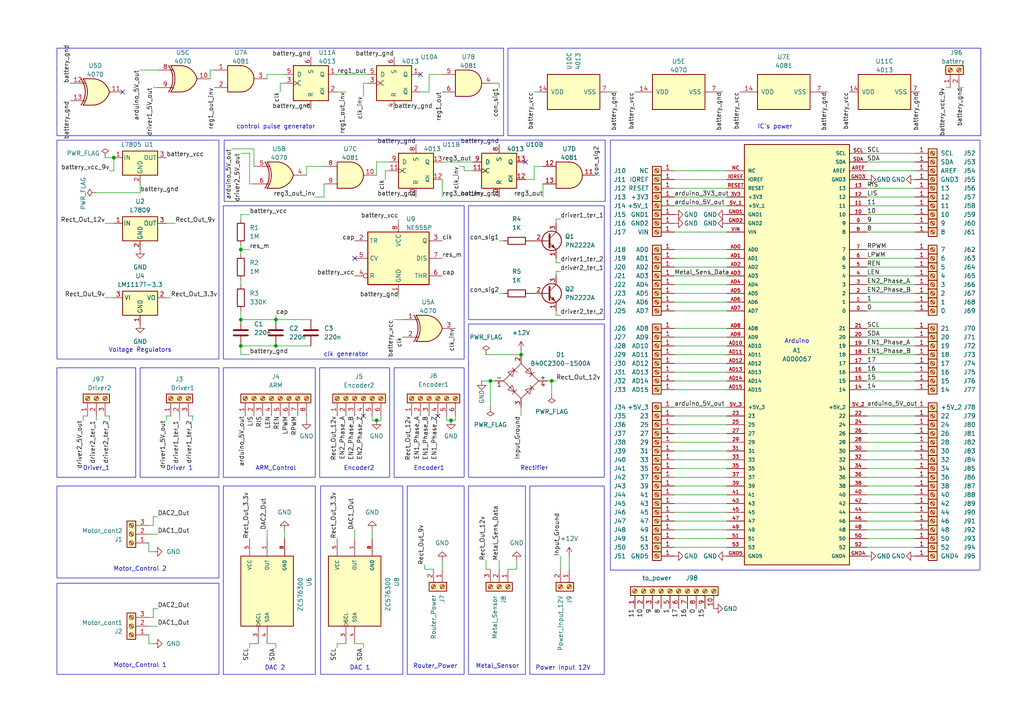
<source format=kicad_sch>
(kicad_sch (version 20231120) (generator "eeschema") (generator_version "8.0")
  (paper "A4")
  (junction (at 109.22 121.92))
  (junction (at 151.13 102.87))
  (junction (at 130.81 121.92))
  (junction (at 80.01 92.71))
  (junction (at 142.24 110.49))
  (junction (at 80.01 100.33))
  (junction (at 69.85 100.33))
  (junction (at 33.02 45.72))
  (junction (at 160.02 110.49))
  (junction (at 69.85 92.71))
  (junction (at 69.85 72.39))
  (no_connect (at 121.92 21.59))
  (no_connect (at 105.41 120.65))
  (no_connect (at 35.56 26.67))
  (no_connect (at 127 120.65))
  (no_connect (at 152.4 46.99))
  (no_connect (at 102.87 74.93))
  (wire (pts (xy 31.75 49.53) (xy 33.02 49.53)))
  (wire (pts (xy 195.58 123.19) (xy 210.82 123.19)))
  (wire (pts (xy 251.46 158.75) (xy 265.43 158.75)))
  (wire (pts (xy 69.85 44.45) (xy 72.39 44.45)))
  (wire (pts (xy 115.57 86.36) (xy 115.57 85.09)))
  (wire (pts (xy 69.85 100.33) (xy 69.85 102.87)))
  (wire (pts (xy 129.54 121.92) (xy 130.81 121.92)))
  (wire (pts (xy 123.19 165.1) (xy 125.73 165.1)))
  (wire (pts (xy 105.41 187.96) (xy 105.41 186.69)))
  (wire (pts (xy 69.85 81.28) (xy 69.85 82.55)))
  (wire (pts (xy 31.75 120.65) (xy 30.48 120.65)))
  (wire (pts (xy 144.78 25.4) (xy 144.78 24.13)))
  (wire (pts (xy 69.85 92.71) (xy 80.01 92.71)))
  (wire (pts (xy 195.58 82.55) (xy 210.82 82.55)))
  (wire (pts (xy 80.01 92.71) (xy 90.17 92.71)))
  (wire (pts (xy 27.94 55.88) (xy 40.64 55.88)))
  (wire (pts (xy 179.07 26.67) (xy 176.53 26.67)))
  (wire (pts (xy 133.35 48.26) (xy 134.62 48.26)))
  (wire (pts (xy 44.45 176.53) (xy 44.45 179.07)))
  (wire (pts (xy 149.86 165.1) (xy 147.32 165.1)))
  (wire (pts (xy 134.62 49.53) (xy 137.16 49.53)))
  (wire (pts (xy 251.46 123.19) (xy 265.43 123.19)))
  (wire (pts (xy 195.58 113.03) (xy 210.82 113.03)))
  (wire (pts (xy 251.46 133.35) (xy 265.43 133.35)))
  (wire (pts (xy 165.1 161.29) (xy 165.1 165.1)))
  (wire (pts (xy 49.53 86.36) (xy 48.26 86.36)))
  (wire (pts (xy 88.9 121.92) (xy 88.9 120.65)))
  (wire (pts (xy 195.58 153.67) (xy 210.82 153.67)))
  (wire (pts (xy 195.58 85.09) (xy 210.82 85.09)))
  (wire (pts (xy 52.07 121.92) (xy 52.07 120.65)))
  (wire (pts (xy 251.46 59.69) (xy 265.43 59.69)))
  (wire (pts (xy 140.97 102.87) (xy 151.13 102.87)))
  (wire (pts (xy 140.97 162.56) (xy 140.97 165.1)))
  (wire (pts (xy 251.46 97.79) (xy 265.43 97.79)))
  (wire (pts (xy 251.46 67.31) (xy 265.43 67.31)))
  (wire (pts (xy 102.87 153.67) (xy 102.87 156.21)))
  (wire (pts (xy 195.58 77.47) (xy 210.82 77.47)))
  (wire (pts (xy 195.58 80.01) (xy 210.82 80.01)))
  (wire (pts (xy 251.46 146.05) (xy 265.43 146.05)))
  (wire (pts (xy 30.48 64.77) (xy 33.02 64.77)))
  (wire (pts (xy 105.41 24.13) (xy 106.68 24.13)))
  (wire (pts (xy 111.76 49.53) (xy 113.03 49.53)))
  (wire (pts (xy 161.29 63.5) (xy 161.29 64.77)))
  (wire (pts (xy 195.58 138.43) (xy 210.82 138.43)))
  (wire (pts (xy 251.46 143.51) (xy 265.43 143.51)))
  (wire (pts (xy 77.47 153.67) (xy 77.47 156.21)))
  (wire (pts (xy 195.58 133.35) (xy 210.82 133.35)))
  (wire (pts (xy 160.02 110.49) (xy 158.75 110.49)))
  (wire (pts (xy 195.58 74.93) (xy 210.82 74.93)))
  (wire (pts (xy 111.76 49.53) (xy 111.76 52.07)))
  (wire (pts (xy 195.58 100.33) (xy 210.82 100.33)))
  (wire (pts (xy 162.56 78.74) (xy 161.29 78.74)))
  (wire (pts (xy 195.58 120.65) (xy 210.82 120.65)))
  (wire (pts (xy 129.54 120.65) (xy 129.54 121.92)))
  (wire (pts (xy 251.46 72.39) (xy 265.43 72.39)))
  (wire (pts (xy 43.18 160.02) (xy 43.18 157.48)))
  (wire (pts (xy 142.24 110.49) (xy 142.24 118.11)))
  (wire (pts (xy 123.19 163.83) (xy 123.19 165.1)))
  (wire (pts (xy 195.58 67.31) (xy 210.82 67.31)))
  (wire (pts (xy 251.46 138.43) (xy 265.43 138.43)))
  (wire (pts (xy 144.78 85.09) (xy 146.05 85.09)))
  (wire (pts (xy 251.46 44.45) (xy 265.43 44.45)))
  (wire (pts (xy 251.46 46.99) (xy 265.43 46.99)))
  (wire (pts (xy 115.57 63.5) (xy 115.57 64.77)))
  (wire (pts (xy 124.46 21.59) (xy 128.27 21.59)))
  (wire (pts (xy 195.58 140.97) (xy 210.82 140.97)))
  (wire (pts (xy 109.22 46.99) (xy 113.03 46.99)))
  (wire (pts (xy 251.46 151.13) (xy 265.43 151.13)))
  (wire (pts (xy 69.85 71.12) (xy 69.85 72.39)))
  (wire (pts (xy 45.72 149.86) (xy 44.45 149.86)))
  (wire (pts (xy 40.64 20.32) (xy 45.72 20.32)))
  (wire (pts (xy 154.94 48.26) (xy 157.48 48.26)))
  (wire (pts (xy 144.78 162.56) (xy 144.78 165.1)))
  (wire (pts (xy 251.46 130.81) (xy 265.43 130.81)))
  (wire (pts (xy 154.94 26.67) (xy 156.21 26.67)))
  (wire (pts (xy 139.7 110.49) (xy 142.24 110.49)))
  (wire (pts (xy 144.78 69.85) (xy 146.05 69.85)))
  (wire (pts (xy 251.46 135.89) (xy 265.43 135.89)))
  (wire (pts (xy 27.94 121.92) (xy 27.94 120.65)))
  (wire (pts (xy 121.92 26.67) (xy 124.46 26.67)))
  (wire (pts (xy 161.29 76.2) (xy 161.29 74.93)))
  (wire (pts (xy 33.02 49.53) (xy 33.02 45.72)))
  (wire (pts (xy 157.48 57.15) (xy 157.48 53.34)))
  (wire (pts (xy 251.46 128.27) (xy 265.43 128.27)))
  (wire (pts (xy 80.01 100.33) (xy 90.17 100.33)))
  (wire (pts (xy 251.46 105.41) (xy 265.43 105.41)))
  (wire (pts (xy 251.46 125.73) (xy 265.43 125.73)))
  (wire (pts (xy 48.26 121.92) (xy 48.26 120.65)))
  (wire (pts (xy 251.46 62.23) (xy 265.43 62.23)))
  (wire (pts (xy 251.46 118.11) (xy 265.43 118.11)))
  (wire (pts (xy 151.13 101.6) (xy 151.13 102.87)))
  (wire (pts (xy 251.46 107.95) (xy 265.43 107.95)))
  (wire (pts (xy 132.08 120.65) (xy 132.08 121.92)))
  (wire (pts (xy 251.46 120.65) (xy 265.43 120.65)))
  (wire (pts (xy 195.58 87.63) (xy 210.82 87.63)))
  (wire (pts (xy 60.96 20.32) (xy 62.23 20.32)))
  (wire (pts (xy 152.4 52.07) (xy 154.94 52.07)))
  (wire (pts (xy 162.56 63.5) (xy 161.29 63.5)))
  (wire (pts (xy 124.46 21.59) (xy 124.46 26.67)))
  (wire (pts (xy 109.22 121.92) (xy 110.49 121.92)))
  (wire (pts (xy 134.62 48.26) (xy 134.62 49.53)))
  (wire (pts (xy 48.26 120.65) (xy 49.53 120.65)))
  (wire (pts (xy 44.45 152.4) (xy 43.18 152.4)))
  (wire (pts (xy 97.79 187.96) (xy 97.79 186.69)))
  (wire (pts (xy 72.39 186.69) (xy 74.93 186.69)))
  (wire (pts (xy 44.45 149.86) (xy 44.45 152.4)))
  (wire (pts (xy 140.97 165.1) (xy 142.24 165.1)))
  (wire (pts (xy 195.58 151.13) (xy 210.82 151.13)))
  (wire (pts (xy 69.85 62.23) (xy 72.39 62.23)))
  (wire (pts (xy 44.45 160.02) (xy 43.18 160.02)))
  (wire (pts (xy 81.28 24.13) (xy 81.28 26.67)))
  (wire (pts (xy 107.95 153.67) (xy 107.95 156.21)))
  (wire (pts (xy 195.58 130.81) (xy 210.82 130.81)))
  (wire (pts (xy 30.48 45.72) (xy 33.02 45.72)))
  (wire (pts (xy 162.56 91.44) (xy 161.29 91.44)))
  (wire (pts (xy 69.85 102.87) (xy 72.39 102.87)))
  (wire (pts (xy 151.13 120.65) (xy 151.13 118.11)))
  (wire (pts (xy 251.46 102.87) (xy 265.43 102.87)))
  (wire (pts (xy 73.66 43.18) (xy 73.66 48.26)))
  (wire (pts (xy 24.13 120.65) (xy 25.4 120.65)))
  (wire (pts (xy 161.29 91.44) (xy 161.29 90.17)))
  (wire (pts (xy 162.56 161.29) (xy 162.56 165.1)))
  (wire (pts (xy 251.46 57.15) (xy 265.43 57.15)))
  (wire (pts (xy 195.58 97.79) (xy 210.82 97.79)))
  (wire (pts (xy 251.46 82.55) (xy 265.43 82.55)))
  (wire (pts (xy 72.39 44.45) (xy 72.39 53.34)))
  (wire (pts (xy 195.58 90.17) (xy 210.82 90.17)))
  (wire (pts (xy 251.46 90.17) (xy 265.43 90.17)))
  (wire (pts (xy 144.78 24.13) (xy 143.51 24.13)))
  (wire (pts (xy 91.44 57.15) (xy 93.98 57.15)))
  (wire (pts (xy 93.98 57.15) (xy 93.98 53.34)))
  (wire (pts (xy 69.85 100.33) (xy 80.01 100.33)))
  (wire (pts (xy 69.85 72.39) (xy 69.85 73.66)))
  (wire (pts (xy 44.45 25.4) (xy 45.72 25.4)))
  (wire (pts (xy 45.72 176.53) (xy 44.45 176.53)))
  (wire (pts (xy 195.58 125.73) (xy 210.82 125.73)))
  (wire (pts (xy 33.02 86.36) (xy 30.48 86.36)))
  (wire (pts (xy 40.64 55.88) (xy 40.64 53.34)))
  (wire (pts (xy 195.58 156.21) (xy 210.82 156.21)))
  (wire (pts (xy 195.58 146.05) (xy 210.82 146.05)))
  (wire (pts (xy 160.02 110.49) (xy 160.02 114.3)))
  (wire (pts (xy 142.24 110.49) (xy 143.51 110.49)))
  (wire (pts (xy 128.27 57.15) (xy 128.27 52.07)))
  (wire (pts (xy 88.9 48.26) (xy 93.98 48.26)))
  (wire (pts (xy 195.58 95.25) (xy 210.82 95.25)))
  (wire (pts (xy 251.46 49.53) (xy 265.43 49.53)))
  (wire (pts (xy 195.58 118.11) (xy 210.82 118.11)))
  (wire (pts (xy 195.58 110.49) (xy 210.82 110.49)))
  (wire (pts (xy 69.85 62.23) (xy 69.85 63.5)))
  (wire (pts (xy 195.58 59.69) (xy 210.82 59.69)))
  (wire (pts (xy 162.56 76.2) (xy 161.29 76.2)))
  (wire (pts (xy 45.72 154.94) (xy 43.18 154.94)))
  (wire (pts (xy 44.45 179.07) (xy 43.18 179.07)))
  (wire (pts (xy 251.46 100.33) (xy 265.43 100.33)))
  (wire (pts (xy 251.46 156.21) (xy 265.43 156.21)))
  (wire (pts (xy 173.99 50.8) (xy 172.72 50.8)))
  (wire (pts (xy 45.72 181.61) (xy 43.18 181.61)))
  (wire (pts (xy 161.29 78.74) (xy 161.29 80.01)))
  (wire (pts (xy 107.95 120.65) (xy 107.95 121.92)))
  (wire (pts (xy 72.39 187.96) (xy 72.39 186.69)))
  (wire (pts (xy 195.58 52.07) (xy 210.82 52.07)))
  (wire (pts (xy 128.27 162.56) (xy 128.27 165.1)))
  (wire (pts (xy 105.41 27.94) (xy 105.41 24.13)))
  (wire (pts (xy 279.4 25.4) (xy 278.13 25.4)))
  (wire (pts (xy 251.46 54.61) (xy 265.43 54.61)))
  (wire (pts (xy 195.58 102.87) (xy 210.82 102.87)))
  (wire (pts (xy 154.94 48.26) (xy 154.94 52.07)))
  (wire (pts (xy 67.31 43.18) (xy 73.66 43.18)))
  (wire (pts (xy 195.58 57.15) (xy 210.82 57.15)))
  (wire (pts (xy 195.58 143.51) (xy 210.82 143.51)))
  (wire (pts (xy 149.86 162.56) (xy 149.86 165.1)))
  (wire (pts (xy 31.75 121.92) (xy 31.75 120.65)))
  (wire (pts (xy 251.46 113.03) (xy 265.43 113.03)))
  (wire (pts (xy 43.18 186.69) (xy 43.18 184.15)))
  (wire (pts (xy 77.47 22.86) (xy 77.47 21.59)))
  (wire (pts (xy 195.58 148.59) (xy 210.82 148.59)))
  (wire (pts (xy 24.13 121.92) (xy 24.13 120.65)))
  (wire (pts (xy 251.46 77.47) (xy 265.43 77.47)))
  (wire (pts (xy 195.58 54.61) (xy 210.82 54.61)))
  (wire (pts (xy 88.9 48.26) (xy 88.9 50.8)))
  (wire (pts (xy 100.33 26.67) (xy 97.79 26.67)))
  (wire (pts (xy 81.28 24.13) (xy 82.55 24.13)))
  (wire (pts (xy 72.39 53.34) (xy 73.66 53.34)))
  (wire (pts (xy 195.58 105.41) (xy 210.82 105.41)))
  (wire (pts (xy 55.88 120.65) (xy 54.61 120.65)))
  (wire (pts (xy 251.46 140.97) (xy 265.43 140.97)))
  (wire (pts (xy 251.46 148.59) (xy 265.43 148.59)))
  (wire (pts (xy 97.79 186.69) (xy 100.33 186.69)))
  (wire (pts (xy 251.46 74.93) (xy 265.43 74.93)))
  (wire (pts (xy 107.95 121.92) (xy 109.22 121.92)))
  (wire (pts (xy 195.58 72.39) (xy 210.82 72.39)))
  (wire (pts (xy 109.22 46.99) (xy 109.22 50.8)))
  (wire (pts (xy 77.47 21.59) (xy 82.55 21.59)))
  (wire (pts (xy 80.01 187.96) (xy 80.01 186.69)))
  (wire (pts (xy 82.55 153.67) (xy 82.55 156.21)))
  (wire (pts (xy 50.8 64.77) (xy 48.26 64.77)))
  (wire (pts (xy 195.58 128.27) (xy 210.82 128.27)))
  (wire (pts (xy 195.58 49.53) (xy 210.82 49.53)))
  (wire (pts (xy 195.58 135.89) (xy 210.82 135.89)))
  (wire (pts (xy 80.01 186.69) (xy 77.47 186.69)))
  (wire (pts (xy 195.58 107.95) (xy 210.82 107.95)))
  (wire (pts (xy 55.88 121.92) (xy 55.88 120.65)))
  (wire (pts (xy 251.46 95.25) (xy 265.43 95.25)))
  (wire (pts (xy 60.96 22.86) (xy 60.96 20.32)))
  (wire (pts (xy 251.46 85.09) (xy 265.43 85.09)))
  (wire (pts (xy 80.01 91.44) (xy 80.01 92.71)))
  (wire (pts (xy 69.85 90.17) (xy 69.85 92.71)))
  (wire (pts (xy 161.29 110.49) (xy 160.02 110.49)))
  (wire (pts (xy 251.46 87.63) (xy 265.43 87.63)))
  (wire (pts (xy 130.81 121.92) (xy 132.08 121.92)))
  (wire (pts (xy 274.32 25.4) (xy 275.59 25.4)))
  (wire (pts (xy 128.27 46.99) (xy 137.16 46.99)))
  (wire (pts (xy 114.3 92.71) (xy 116.84 92.71)))
  (wire (pts (xy 251.46 64.77) (xy 265.43 64.77)))
  (wire (pts (xy 110.49 120.65) (xy 110.49 121.92)))
  (wire (pts (xy 195.58 158.75) (xy 210.82 158.75)))
  (wire (pts (xy 251.46 153.67) (xy 265.43 153.67)))
  (wire (pts (xy 44.45 186.69) (xy 43.18 186.69)))
  (wire (pts (xy 251.46 80.01) (xy 265.43 80.01)))
  (wire (pts (xy 97.79 21.59) (xy 106.68 21.59)))
  (wire (pts (xy 72.39 72.39) (xy 69.85 72.39)))
  (wire (pts (xy 251.46 110.49) (xy 265.43 110.49)))
  (wire (pts (xy 105.41 186.69) (xy 102.87 186.69)))
  (rectangle (start 64.77 140.97) (end 91.44 195.58))
  (rectangle (start 40.64 106.68) (end 63.5 138.43))
  (rectangle (start 16.51 169.164) (end 63.5 195.58))
  (rectangle (start 177.038 40.64) (end 284.226 165.354))
  (rectangle (start 153.67 140.97) (end 175.26 195.58))
  (rectangle (start 147.32 13.97) (end 284.48 39.37))
  (rectangle (start 92.964 140.97) (end 116.84 195.58))
  (rectangle (start 118.11 140.97) (end 134.62 195.58))
  (rectangle (start 135.89 59.69) (end 175.26 92.71))
  (rectangle (start 65.024 40.64) (end 175.514 58.42))
  (rectangle (start 135.89 93.98) (end 175.26 138.43))
  (rectangle (start 16.51 140.97) (end 63.5 167.64))
  (rectangle (start 64.77 59.69) (end 134.62 104.14))
  (rectangle (start 64.77 106.68) (end 91.44 138.43))
  (rectangle (start 16.51 40.64) (end 63.5 104.14))
  (rectangle (start 114.3 106.68) (end 134.62 138.43))
  (rectangle (start 92.71 106.68) (end 113.03 138.43))
  (rectangle (start 135.89 140.97) (end 152.4 195.58))
  (rectangle (start 16.51 106.68) (end 39.37 138.43))
  (rectangle (start 16.51 13.97) (end 146.05 39.37))
  (text "Driver_1" (at 27.94 135.89 0) (effects (font (size 1.27 1.27))))
  (text "clk generator\n" (at 100.33 102.87 0) (effects (font (size 1.27 1.27))))
  (text "Voltage Regulators" (at 40.64 101.6 0) (effects (font (size 1.27 1.27))))
  (text "Power Input 12V\n" (at 163.322 193.802 0) (effects (font (size 1.27 1.27))))
  (text "Router_Power" (at 126.238 193.294 0) (effects (font (size 1.27 1.27))))
  (text "ARM_Control" (at 80.01 135.89 0) (effects (font (size 1.27 1.27))))
  (text "DAC 1" (at 104.394 193.802 0) (effects (font (size 1.27 1.27))))
  (text "IC's power" (at 224.79 36.83 0) (effects (font (size 1.27 1.27))))
  (text "Rectifier" (at 154.94 135.89 0) (effects (font (size 1.27 1.27))))
  (text "Encoder2" (at 104.14 135.89 0) (effects (font (size 1.27 1.27))))
  (text "Motor_Control 1" (at 40.64 193.04 0) (effects (font (size 1.27 1.27))))
  (text "Arduino" (at 231.14 99.06 0) (effects (font (size 1.27 1.27))))
  (text "Encoder1" (at 124.46 135.89 0) (effects (font (size 1.27 1.27))))
  (text "Metal_Sensor" (at 144.272 193.294 0) (effects (font (size 1.27 1.27))))
  (text "Motor_Control 2" (at 40.64 165.1 0) (effects (font (size 1.27 1.27))))
  (text "DAC 2" (at 79.756 193.802 0) (effects (font (size 1.27 1.27))))
  (text "control pulse generator" (at 80.01 36.83 0) (effects (font (size 1.27 1.27))))
  (text "Driver 1" (at 52.07 135.89 0) (effects (font (size 1.27 1.27))))
  (label "0" (at 251.46 90.17 0))
  (label "battery_gnd" (at 179.07 26.67 270))
  (label "reg3_out_inv" (at 91.44 57.15 180))
  (label "battery_gnd" (at 120.65 57.15 180))
  (label "cap" (at 102.87 69.85 180))
  (label "Rect_Out_12v" (at 140.97 162.56 90))
  (label "Input_Ground" (at 151.13 120.65 270))
  (label "9" (at 251.46 64.77 0))
  (label "battery_gnd" (at 90.17 16.51 180))
  (label "EN1_Phase_Z" (at 127 120.65 270))
  (label "SCL" (at 251.46 44.45 0))
  (label "DAC1_Out" (at 45.72 154.94 0))
  (label "Metal_Sens_Data" (at 195.58 80.01 0))
  (label "res_m" (at 128.27 74.93 0))
  (label "11" (at 184.15 176.53 270))
  (label "battery_gnd" (at 114.3 31.75 0))
  (label "reg1_out_inv" (at 62.23 25.4 270))
  (label "driver2_ter_2" (at 162.56 91.44 0))
  (label "battery_vcc" (at 246.38 26.67 270))
  (label "clk_inv" (at 132.08 95.25 270))
  (label "battery_vcc" (at 102.87 80.01 180))
  (label "DAC1_Out" (at 45.72 181.61 0))
  (label "battery_gnd" (at 115.57 86.36 180))
  (label "11" (at 251.46 59.69 0))
  (label "8" (at 191.77 176.53 270))
  (label "reg3_out" (at 157.48 57.15 180))
  (label "EN2_Phase_A" (at 251.46 82.55 0))
  (label "battery_vcc_9v" (at 274.32 25.4 270))
  (label "battery_gnd" (at 72.39 102.87 0))
  (label "driver1_ter_1" (at 52.07 121.92 270))
  (label "battery_gnd" (at 114.3 16.51 180))
  (label "con_sig1" (at 144.78 25.4 270))
  (label "battery_vcc" (at 154.94 26.67 270))
  (label "clk" (at 111.76 52.07 270))
  (label "con_sig2" (at 144.78 85.09 180))
  (label "RIS" (at 251.46 54.61 0))
  (label "arduino_5V_out" (at 71.12 120.65 270))
  (label "Rect_Out_3.3v" (at 72.39 156.21 90))
  (label "EN2_Phase_B" (at 102.87 120.65 270))
  (label "16" (at 251.46 107.95 0))
  (label "arduino_5V_out" (at 40.64 20.32 270))
  (label "clk_inv" (at 105.41 27.94 270))
  (label "SCL" (at 251.46 95.25 0))
  (label "con_sig1" (at 144.78 69.85 180))
  (label "battery_gnd" (at 120.65 41.91 180))
  (label "reg3_out_inv" (at 128.27 57.15 0))
  (label "arduino_5V_out" (at 195.58 118.11 0))
  (label "LPWM" (at 251.46 74.93 0))
  (label "driver1_ter_2" (at 55.88 121.92 270))
  (label "15" (at 204.47 176.53 270))
  (label "battery_gnd" (at 90.17 31.75 180))
  (label "battery_vcc" (at 72.39 62.23 0))
  (label "driver1_ter_1" (at 162.56 63.5 0))
  (label "driver2_ter_2" (at 31.75 121.92 270))
  (label "arduino_5V_out" (at 195.58 59.69 0))
  (label "14" (at 251.46 113.03 0))
  (label "battery_gnd" (at 144.78 41.91 180))
  (label "reg1_out" (at 128.27 26.67 270))
  (label "clk" (at 128.27 69.85 0))
  (label "battery_vcc" (at 114.3 92.71 270))
  (label "10" (at 186.69 176.53 270))
  (label "EN1_Phase_B" (at 251.46 102.87 0))
  (label "16" (at 199.39 176.53 270))
  (label "Metal_Sens_Data" (at 144.78 162.56 90))
  (label "driver2_ter_1" (at 27.94 121.92 270))
  (label "reg1_out_inv" (at 100.33 26.67 270))
  (label "res_m" (at 72.39 72.39 0))
  (label "DAC1_Out" (at 102.87 153.67 90))
  (label "arduino_5V_out" (at 67.31 43.18 270))
  (label "SDA" (at 80.01 187.96 270))
  (label "driver1_5V_out" (at 44.45 25.4 270))
  (label "SCL" (at 72.39 187.96 270))
  (label "1" (at 194.31 176.53 270))
  (label "battery_gnd" (at 266.7 26.67 270))
  (label "battery_gnd" (at 20.32 29.21 270))
  (label "9" (at 189.23 176.53 270))
  (label "Rect_Out_9v" (at 50.8 64.77 0))
  (label "SDA" (at 251.46 46.99 0))
  (label "EN1_Phase_B" (at 124.46 120.65 270))
  (label "LEN" (at 78.74 120.65 270))
  (label "SDA" (at 251.46 97.79 0))
  (label "RPWM" (at 251.46 72.39 0))
  (label "battery_vcc" (at 184.15 26.67 270))
  (label "arduino_5V_out" (at 251.46 118.11 0))
  (label "LPWM" (at 83.82 120.65 270))
  (label "8" (at 251.46 67.31 0))
  (label "Rect_Out_12v" (at 97.79 120.65 270))
  (label "EN1_Phase_A" (at 121.92 120.65 270))
  (label "EN2_Phase_B" (at 251.46 85.09 0))
  (label "DAC2_Out" (at 45.72 149.86 0))
  (label "EN1_Phase_A" (at 251.46 100.33 0))
  (label "driver1_5V_out" (at 48.26 121.92 270))
  (label "driver2_5V_out" (at 24.13 121.92 270))
  (label "Rect_Out_9v" (at 30.48 86.36 180))
  (label "clk_inv" (at 133.35 48.26 270))
  (label "REN" (at 81.28 120.65 270))
  (label "15" (at 251.46 110.49 0))
  (label "SDA" (at 105.41 187.96 270))
  (label "battery_vcc_9v" (at 31.75 49.53 180))
  (label "driver2_5V_out" (at 69.85 44.45 270))
  (label "0" (at 201.93 176.53 270))
  (label "LEN" (at 251.46 80.01 0))
  (label "driver1_ter_2" (at 162.56 76.2 0))
  (label "clk" (at 116.84 97.79 270))
  (label "DAC2_Out" (at 77.47 153.67 90))
  (label "battery_gnd" (at 279.4 25.4 270))
  (label "EN2_Phase_A" (at 100.33 120.65 270))
  (label "10" (at 251.46 62.23 0))
  (label "reg3_out" (at 128.27 46.99 0))
  (label "LIS" (at 73.66 120.65 270))
  (label "Rect_Out_12v" (at 119.38 120.65 270))
  (label "REN" (at 251.46 77.47 0))
  (label "EN2_Phase_Z" (at 105.41 120.65 270))
  (label "battery_gnd" (at 240.03 26.67 270))
  (label "1" (at 251.46 87.63 0))
  (label "Rect_Out_12v" (at 161.29 110.49 0))
  (label "cap" (at 128.27 80.01 0))
  (label "cap" (at 80.01 91.44 0))
  (label "SCL" (at 97.79 187.96 270))
  (label "17" (at 196.85 176.53 270))
  (label "driver2_ter_1" (at 162.56 78.74 0))
  (label "battery_gnd" (at 144.78 57.15 180))
  (label "Rect_Out_3.3v" (at 97.79 156.21 90))
  (label "battery_vcc" (at 115.57 63.5 180))
  (label "Rect_Out_9v" (at 123.19 163.83 90))
  (label "battery_gnd" (at 20.32 24.13 90))
  (label "Rect_Out_12v" (at 30.48 64.77 180))
  (label "battery_gnd" (at 40.64 55.88 0))
  (label "reg1_out" (at 97.79 21.59 0))
  (label "17" (at 251.46 105.41 0))
  (label "RIS" (at 76.2 120.65 270))
  (label "DAC2_Out" (at 45.72 176.53 0))
  (label "battery_vcc" (at 214.63 26.67 270))
  (label "arduino_3V3_out" (at 195.58 57.15 0))
  (label "Input_Ground" (at 162.56 161.29 90))
  (label "Rect_Out_3.3v" (at 49.53 86.36 0))
  (label "RPWM" (at 86.36 120.65 270))
  (label "battery_vcc" (at 48.26 45.72 0))
  (label "con_sig2" (at 173.99 50.8 90))
  (label "clk" (at 81.28 26.67 270))
  (label "LIS" (at 251.46 57.15 0))
  (label "battery_gnd" (at 209.55 26.67 270))
  (symbol (lib_id "Connector:Screw_Terminal_01x01") (at 190.5 128.27 180) (unit 1)
    (property "Reference" "J38" (at 181.61 128.27 0) (effects (justify left)))
    (property "Value" "29" (at 188.214 128.27 0) (effects (justify left)))
    (property "Footprint" "MyLibrary:Pin_Hole_0.9" (effects (hide yes)))
    (property "Description" "Generic screw terminal, single row, 01x01, script generated (kicad-library-utils/schlib/autogen/connector/)" (effects (hide yes)))
  )
  (symbol (lib_id "Timer:NE555P") (at 115.57 74.93 0) (unit 1)
    (property "Reference" "U9" (at 117.7641 63.5 0) (effects (justify left)))
    (property "Value" "NE555P" (at 117.7641 66.04 0) (effects (justify left)))
    (property "Footprint" "Package_DIP:DIP-8_W7.62mm" (effects (hide yes)))
    (property "Datasheet" "http://www.ti.com/lit/ds/symlink/ne555.pdf" (effects (hide yes)))
    (property "Description" "Precision Timers, 555 compatible,  PDIP-8" (effects (hide yes)))
  )
  (symbol (lib_id "Connector:Screw_Terminal_01x01") (at 270.51 105.41 0) (unit 1)
    (property "Reference" "J74" (at 279.4 105.41 0) (effects (justify left)))
    (property "Value" "17" (at 272.796 105.41 0) (effects (justify left)))
    (property "Footprint" "MyLibrary:Pin_Hole_0.9" (effects (hide yes)))
    (property "Description" "Generic screw terminal, single row, 01x01, script generated (kicad-library-utils/schlib/autogen/connector/)" (effects (hide yes)))
  )
  (symbol (lib_id "Device:C") (at 90.17 96.52 0) (unit 1)
    (property "Reference" "C3" (at 93.98 95.2499 0) (effects (justify left)))
    (property "Value" "220n" (at 93.98 97.7899 0) (effects (justify left)))
    (property "Footprint" "Capacitor_THT:C_Disc_D7.5mm_W5.0mm_P7.50mm" (effects (hide yes)))
    (property "Description" "Unpolarized capacitor" (effects (hide yes)))
  )
  (symbol (lib_id "Connector:Screw_Terminal_01x01") (at 190.5 161.29 180) (unit 1)
    (property "Reference" "J51" (at 181.61 161.29 0) (effects (justify left)))
    (property "Value" "GND5" (at 188.214 161.29 0) (effects (justify left)))
    (property "Footprint" "MyLibrary:Pin_Hole_0.9" (effects (hide yes)))
    (property "Description" "Generic screw terminal, single row, 01x01, script generated (kicad-library-utils/schlib/autogen/connector/)" (effects (hide yes)))
  )
  (symbol (lib_id "power:GND") (at 88.9 121.92 0) (mirror y) (unit 1)
    (property "Reference" "#PWR07" (effects (hide yes)))
    (property "Value" "GND" (at 88.9 126.492 0))
    (property "Description" "Power symbol creates a global label with name \"GND\" , ground" (effects (hide yes)))
  )
  (symbol (lib_id "power:GND") (at 210.82 161.29 270) (mirror x) (unit 1)
    (property "Reference" "#PWR021" (effects (hide yes)))
    (property "Value" "GND" (at 208.026 161.29 90) (effects (justify right)))
    (property "Description" "Power symbol creates a global label with name \"GND\" , ground" (effects (hide yes)))
  )
  (symbol (lib_id "Connector:Screw_Terminal_01x01") (at 190.5 59.69 180) (unit 1)
    (property "Reference" "J14" (at 181.61 59.69 0) (effects (justify left)))
    (property "Value" "+5V_1" (at 188.214 59.69 0) (effects (justify left)))
    (property "Footprint" "MyLibrary:Pin_Hole_0.9" (effects (hide yes)))
    (property "Description" "Generic screw terminal, single row, 01x01, script generated (kicad-library-utils/schlib/autogen/connector/)" (effects (hide yes)))
  )
  (symbol (lib_id "power:PWR_FLAG") (at 142.24 118.11 180) (unit 1)
    (property "Reference" "#FLG04" (effects (hide yes)))
    (property "Value" "PWR_FLAG" (at 142.24 123.19 0))
    (property "Description" "Special symbol for telling ERC where power comes from" (effects (hide yes)))
  )
  (symbol (lib_id "Connector:Screw_Terminal_01x01") (at 190.5 107.95 180) (unit 1)
    (property "Reference" "J31" (at 181.61 107.95 0) (effects (justify left)))
    (property "Value" "AD13" (at 188.214 107.95 0) (effects (justify left)))
    (property "Footprint" "MyLibrary:Pin_Hole_0.9" (effects (hide yes)))
    (property "Description" "Generic screw terminal, single row, 01x01, script generated (kicad-library-utils/schlib/autogen/connector/)" (effects (hide yes)))
  )
  (symbol (lib_id "Regulator_Linear:L7805") (at 40.64 45.72 0) (unit 1)
    (property "Reference" "U1" (at 43.18 41.91 0))
    (property "Value" "L7805" (at 38.1 41.91 0))
    (property "Footprint" "Package_TO_SOT_THT:TO-220-3_Vertical" (effects (hide yes)))
    (property "Datasheet" "http://www.st.com/content/ccc/resource/technical/document/datasheet/41/4f/b3/b0/12/d4/47/88/CD00000444.pdf/files/CD00000444.pdf/jcr:content/translations/en.CD00000444.pdf" (effects (hide yes)))
    (property "Description" "Positive 1.5A 35V Linear Regulator, Fixed Output 5V, TO-220/TO-263/TO-252" (effects (hide yes)))
  )
  (symbol (lib_id "Connector:Screw_Terminal_01x01") (at 270.51 87.63 0) (unit 1)
    (property "Reference" "J68" (at 279.4 87.63 0) (effects (justify left)))
    (property "Value" "1" (at 272.796 87.63 0) (effects (justify left)))
    (property "Footprint" "MyLibrary:Pin_Hole_0.9" (effects (hide yes)))
    (property "Description" "Generic screw terminal, single row, 01x01, script generated (kicad-library-utils/schlib/autogen/connector/)" (effects (hide yes)))
  )
  (symbol (lib_id "Connector:Screw_Terminal_01x01") (at 270.51 120.65 0) (unit 1)
    (property "Reference" "J79" (at 279.4 120.65 0) (effects (justify left)))
    (property "Value" "22" (at 272.796 120.65 0) (effects (justify left)))
    (property "Footprint" "MyLibrary:Pin_Hole_0.9" (effects (hide yes)))
    (property "Description" "Generic screw terminal, single row, 01x01, script generated (kicad-library-utils/schlib/autogen/connector/)" (effects (hide yes)))
  )
  (symbol (lib_id "Connector:Screw_Terminal_01x01") (at 270.51 97.79 0) (unit 1)
    (property "Reference" "J71" (at 279.4 97.79 0) (effects (justify left)))
    (property "Value" "20" (at 272.796 97.79 0) (effects (justify left)))
    (property "Footprint" "MyLibrary:Pin_Hole_0.9" (effects (hide yes)))
    (property "Description" "Generic screw terminal, single row, 01x01, script generated (kicad-library-utils/schlib/autogen/connector/)" (effects (hide yes)))
  )
  (symbol (lib_id "power:GND") (at 210.82 64.77 270) (mirror x) (unit 1)
    (property "Reference" "#PWR020" (effects (hide yes)))
    (property "Value" "GND" (at 208.026 64.77 90) (effects (justify right)))
    (property "Description" "Power symbol creates a global label with name \"GND\" , ground" (effects (hide yes)))
  )
  (symbol (lib_id "Connector:Screw_Terminal_01x01") (at 190.5 49.53 180) (unit 1)
    (property "Reference" "J10" (at 181.61 49.53 0) (effects (justify left)))
    (property "Value" "NC" (at 188.214 49.53 0) (effects (justify left)))
    (property "Footprint" "MyLibrary:Pin_Hole_0.9" (effects (hide yes)))
    (property "Description" "Generic screw terminal, single row, 01x01, script generated (kicad-library-utils/schlib/autogen/connector/)" (effects (hide yes)))
  )
  (symbol (lib_id "Connector:Screw_Terminal_01x01") (at 270.51 90.17 0) (unit 1)
    (property "Reference" "J69" (at 279.4 90.17 0) (effects (justify left)))
    (property "Value" "0" (at 272.796 90.17 0) (effects (justify left)))
    (property "Footprint" "MyLibrary:Pin_Hole_0.9" (effects (hide yes)))
    (property "Description" "Generic screw terminal, single row, 01x01, script generated (kicad-library-utils/schlib/autogen/connector/)" (effects (hide yes)))
  )
  (symbol (lib_id "4xxx:4013") (at 90.17 24.13 0) (unit 1)
    (property "Reference" "U11" (at 92.3641 15.24 0) (effects (justify left)))
    (property "Value" "4013" (at 92.3641 17.78 0) (effects (justify left)))
    (property "Footprint" "Package_DIP:DIP-14_W7.62mm_LongPads" (effects (hide yes)))
    (property "Datasheet" "http://www.onsemi.com/pub/Collateral/MC14013B-D.PDF" (effects (hide yes)))
    (property "Description" "Dual D  FlipFlop, Set & reset" (effects (hide yes)))
  )
  (symbol (lib_id "4xxx:4070") (at 196.85 26.67 90) (unit 5)
    (property "Reference" "U5" (at 196.85 17.78 90))
    (property "Value" "4070" (at 196.85 20.32 90))
    (property "Footprint" "Package_DIP:DIP-14_W7.62mm_LongPads" (effects (hide yes)))
    (property "Datasheet" "http://www.intersil.com/content/dam/Intersil/documents/cd40/cd4070bms-77bms.pdf" (effects (hide yes)))
    (property "Description" "Quad Xor 2 inputs" (effects (hide yes)))
  )
  (symbol (lib_id "Transistor_BJT:PN2222A") (at 158.75 69.85 0) (unit 1)
    (property "Reference" "Q1" (at 163.83 68.5799 0) (effects (justify left)))
    (property "Value" "PN2222A" (at 163.83 71.1199 0) (effects (justify left)))
    (property "Footprint" "Package_TO_SOT_THT:TO-92L_Inline_Wide" (effects (hide yes)))
    (property "Datasheet" "https://www.onsemi.com/pub/Collateral/PN2222-D.PDF" (effects (hide yes)))
    (property "Description" "1A Ic, 40V Vce, NPN Transistor, General Purpose Transistor, TO-92" (effects (hide yes)))
  )
  (symbol (lib_id "Connector:Screw_Terminal_01x10") (at 194.31 171.45 90) (unit 1)
    (property "Reference" "J98" (at 200.66 167.64 90))
    (property "Value" "to_power" (at 190.5 167.64 90))
    (property "Footprint" "Connector_JST:JST_XH_B10B-XH-A_1x10_P2.50mm_Vertical" (effects (hide yes)))
    (property "Description" "Generic screw terminal, single row, 01x10, script generated (kicad-library-utils/schlib/autogen/connector/)" (effects (hide yes)))
  )
  (symbol (lib_id "Connector:Screw_Terminal_01x01") (at 190.5 62.23 180) (unit 1)
    (property "Reference" "J15" (at 181.61 62.23 0) (effects (justify left)))
    (property "Value" "GND1" (at 188.214 62.23 0) (effects (justify left)))
    (property "Footprint" "MyLibrary:Pin_Hole_0.9" (effects (hide yes)))
    (property "Description" "Generic screw terminal, single row, 01x01, script generated (kicad-library-utils/schlib/autogen/connector/)" (effects (hide yes)))
  )
  (symbol (lib_id "Connector:Screw_Terminal_01x01") (at 270.51 148.59 0) (unit 1)
    (property "Reference" "J90" (at 279.4 148.59 0) (effects (justify left)))
    (property "Value" "44" (at 272.796 148.59 0) (effects (justify left)))
    (property "Footprint" "MyLibrary:Pin_Hole_0.9" (effects (hide yes)))
    (property "Description" "Generic screw terminal, single row, 01x01, script generated (kicad-library-utils/schlib/autogen/connector/)" (effects (hide yes)))
  )
  (symbol (lib_id "power:GND") (at 195.58 64.77 90) (mirror x) (unit 1)
    (property "Reference" "#PWR017" (effects (hide yes)))
    (property "Value" "GND" (at 198.374 64.77 90) (effects (justify right)))
    (property "Description" "Power symbol creates a global label with name \"GND\" , ground" (effects (hide yes)))
  )
  (symbol (lib_id "Connector:Screw_Terminal_01x01") (at 270.51 62.23 0) (unit 1)
    (property "Reference" "J59" (at 279.4 62.23 0) (effects (justify left)))
    (property "Value" "10" (at 272.796 62.23 0) (effects (justify left)))
    (property "Footprint" "MyLibrary:Pin_Hole_0.9" (effects (hide yes)))
    (property "Description" "Generic screw terminal, single row, 01x01, script generated (kicad-library-utils/schlib/autogen/connector/)" (effects (hide yes)))
  )
  (symbol (lib_id "power:GND") (at 107.95 153.67 0) (mirror x) (unit 1)
    (property "Reference" "#PWR08" (effects (hide yes)))
    (property "Value" "GND" (at 107.95 148.59 0))
    (property "Description" "Power symbol creates a global label with name \"GND\" , ground" (effects (hide yes)))
  )
  (symbol (lib_id "Connector:Screw_Terminal_01x03") (at 52.07 115.57 90) (unit 1)
    (property "Reference" "J3" (at 50.8 109.982 90) (effects (justify right)))
    (property "Value" "Driver1" (at 49.53 112.522 90) (effects (justify right)))
    (property "Footprint" "Connector_JST:JST_XH_B3B-XH-A_1x03_P2.50mm_Vertical" (effects (hide yes)))
    (property "Description" "Generic screw terminal, single row, 01x03, script generated (kicad-library-utils/schlib/autogen/connector/)" (effects (hide yes)))
  )
  (symbol (lib_id "Connector:Screw_Terminal_01x01") (at 270.51 54.61 0) (unit 1)
    (property "Reference" "J56" (at 279.4 54.61 0) (effects (justify left)))
    (property "Value" "13" (at 272.796 54.61 0) (effects (justify left)))
    (property "Footprint" "MyLibrary:Pin_Hole_0.9" (effects (hide yes)))
    (property "Description" "Generic screw terminal, single row, 01x01, script generated (kicad-library-utils/schlib/autogen/connector/)" (effects (hide yes)))
  )
  (symbol (lib_id "Connector:Screw_Terminal_01x01") (at 270.51 135.89 0) (unit 1)
    (property "Reference" "J85" (at 279.4 135.89 0) (effects (justify left)))
    (property "Value" "34" (at 272.796 135.89 0) (effects (justify left)))
    (property "Footprint" "MyLibrary:Pin_Hole_0.9" (effects (hide yes)))
    (property "Description" "Generic screw terminal, single row, 01x01, script generated (kicad-library-utils/schlib/autogen/connector/)" (effects (hide yes)))
  )
  (symbol (lib_id "Connector:Screw_Terminal_01x01") (at 190.5 146.05 180) (unit 1)
    (property "Reference" "J45" (at 181.61 146.05 0) (effects (justify left)))
    (property "Value" "43" (at 188.214 146.05 0) (effects (justify left)))
    (property "Footprint" "MyLibrary:Pin_Hole_0.9" (effects (hide yes)))
    (property "Description" "Generic screw terminal, single row, 01x01, script generated (kicad-library-utils/schlib/autogen/connector/)" (effects (hide yes)))
  )
  (symbol (lib_id "Connector:Screw_Terminal_01x01") (at 190.5 130.81 180) (unit 1)
    (property "Reference" "J39" (at 181.61 130.81 0) (effects (justify left)))
    (property "Value" "31" (at 188.214 130.81 0) (effects (justify left)))
    (property "Footprint" "MyLibrary:Pin_Hole_0.9" (effects (hide yes)))
    (property "Description" "Generic screw terminal, single row, 01x01, script generated (kicad-library-utils/schlib/autogen/connector/)" (effects (hide yes)))
  )
  (symbol (lib_id "Connector:Screw_Terminal_01x01") (at 270.51 59.69 0) (unit 1)
    (property "Reference" "J58" (at 279.4 59.69 0) (effects (justify left)))
    (property "Value" "11" (at 272.796 59.69 0) (effects (justify left)))
    (property "Footprint" "MyLibrary:Pin_Hole_0.9" (effects (hide yes)))
    (property "Description" "Generic screw terminal, single row, 01x01, script generated (kicad-library-utils/schlib/autogen/connector/)" (effects (hide yes)))
  )
  (symbol (lib_id "Connector:Screw_Terminal_01x01") (at 190.5 151.13 180) (unit 1)
    (property "Reference" "J47" (at 181.61 151.13 0) (effects (justify left)))
    (property "Value" "47" (at 188.214 151.13 0) (effects (justify left)))
    (property "Footprint" "MyLibrary:Pin_Hole_0.9" (effects (hide yes)))
    (property "Description" "Generic screw terminal, single row, 01x01, script generated (kicad-library-utils/schlib/autogen/connector/)" (effects (hide yes)))
  )
  (symbol (lib_id "Transistor_BJT:PN2222A") (at 158.75 85.09 0) (unit 1)
    (property "Reference" "Q2" (at 163.83 83.8199 0) (effects (justify left)))
    (property "Value" "PN2222A" (at 163.83 86.3599 0) (effects (justify left)))
    (property "Footprint" "Package_TO_SOT_THT:TO-92L_Inline_Wide" (effects (hide yes)))
    (property "Datasheet" "https://www.onsemi.com/pub/Collateral/PN2222-D.PDF" (effects (hide yes)))
    (property "Description" "1A Ic, 40V Vce, NPN Transistor, General Purpose Transistor, TO-92" (effects (hide yes)))
  )
  (symbol (lib_id "Connector:Screw_Terminal_01x01") (at 190.5 100.33 180) (unit 1)
    (property "Reference" "J28" (at 181.61 100.33 0) (effects (justify left)))
    (property "Value" "AD10" (at 188.214 100.33 0) (effects (justify left)))
    (property "Footprint" "MyLibrary:Pin_Hole_0.9" (effects (hide yes)))
    (property "Description" "Generic screw terminal, single row, 01x01, script generated (kicad-library-utils/schlib/autogen/connector/)" (effects (hide yes)))
  )
  (symbol (lib_id "Connector:Screw_Terminal_01x01") (at 270.51 64.77 0) (unit 1)
    (property "Reference" "J60" (at 279.4 64.77 0) (effects (justify left)))
    (property "Value" "9" (at 272.796 64.77 0) (effects (justify left)))
    (property "Footprint" "MyLibrary:Pin_Hole_0.9" (effects (hide yes)))
    (property "Description" "Generic screw terminal, single row, 01x01, script generated (kicad-library-utils/schlib/autogen/connector/)" (effects (hide yes)))
  )
  (symbol (lib_id "Connector:Screw_Terminal_01x02") (at 275.59 20.32 90) (unit 1)
    (property "Reference" "J96" (at 275.59 15.24 90) (effects (justify right)))
    (property "Value" "battery" (at 273.05 17.78 90) (effects (justify right)))
    (property "Footprint" "Connector_JST:JST_XH_B2B-XH-A_1x02_P2.50mm_Vertical" (effects (hide yes)))
    (property "Description" "Generic screw terminal, single row, 01x02, script generated (kicad-library-utils/schlib/autogen/connector/)" (effects (hide yes)))
  )
  (symbol (lib_id "power:+12V") (at 151.13 101.6 0) (mirror y) (unit 1)
    (property "Reference" "#PWR014" (effects (hide yes)))
    (property "Value" "+12V" (at 151.13 96.52 0))
    (property "Description" "Power symbol creates a global label with name \"+12V\"" (effects (hide yes)))
  )
  (symbol (lib_id "Connector:Screw_Terminal_01x01") (at 270.51 153.67 0) (unit 1)
    (property "Reference" "J92" (at 279.4 153.67 0) (effects (justify left)))
    (property "Value" "48" (at 272.796 153.67 0) (effects (justify left)))
    (property "Footprint" "MyLibrary:Pin_Hole_0.9" (effects (hide yes)))
    (property "Description" "Generic screw terminal, single row, 01x01, script generated (kicad-library-utils/schlib/autogen/connector/)" (effects (hide yes)))
  )
  (symbol (lib_id "power:PWR_FLAG") (at 30.48 45.72 0) (unit 1)
    (property "Reference" "#FLG02" (effects (hide yes)))
    (property "Value" "PWR_FLAG" (at 24.13 44.45 0))
    (property "Description" "Special symbol for telling ERC where power comes from" (effects (hide yes)))
  )
  (symbol (lib_id "power:PWR_FLAG") (at 160.02 114.3 180) (unit 1)
    (property "Reference" "#FLG05" (effects (hide yes)))
    (property "Value" "PWR_FLAG" (at 160.02 119.38 0))
    (property "Description" "Special symbol for telling ERC where power comes from" (effects (hide yes)))
  )
  (symbol (lib_id "Connector:Screw_Terminal_01x01") (at 190.5 156.21 180) (unit 1)
    (property "Reference" "J49" (at 181.61 156.21 0) (effects (justify left)))
    (property "Value" "51" (at 188.214 156.21 0) (effects (justify left)))
    (property "Footprint" "MyLibrary:Pin_Hole_0.9" (effects (hide yes)))
    (property "Description" "Generic screw terminal, single row, 01x01, script generated (kicad-library-utils/schlib/autogen/connector/)" (effects (hide yes)))
  )
  (symbol (lib_id "Connector:Screw_Terminal_01x01") (at 190.5 140.97 180) (unit 1)
    (property "Reference" "J43" (at 181.61 140.97 0) (effects (justify left)))
    (property "Value" "39" (at 188.214 140.97 0) (effects (justify left)))
    (property "Footprint" "MyLibrary:Pin_Hole_0.9" (effects (hide yes)))
    (property "Description" "Generic screw terminal, single row, 01x01, script generated (kicad-library-utils/schlib/autogen/connector/)" (effects (hide yes)))
  )
  (symbol (lib_id "power:GND") (at 44.45 160.02 90) (mirror x) (unit 1)
    (property "Reference" "#PWR04" (effects (hide yes)))
    (property "Value" "GND" (at 48.26 160.0199 90) (effects (justify right)))
    (property "Description" "Power symbol creates a global label with name \"GND\" , ground" (effects (hide yes)))
  )
  (symbol (lib_id "Connector:Screw_Terminal_01x06") (at 124.46 115.57 90) (unit 1)
    (property "Reference" "J6" (at 125.73 108.966 90))
    (property "Value" "Encoder1" (at 125.73 111.506 90))
    (property "Footprint" "Connector_JST:JST_XH_B6B-XH-A_1x06_P2.50mm_Vertical" (effects (hide yes)))
    (property "Description" "Generic screw terminal, single row, 01x06, script generated (kicad-library-utils/schlib/autogen/connector/)" (effects (hide yes)))
  )
  (symbol (lib_id "Connector:Screw_Terminal_01x01") (at 190.5 97.79 180) (unit 1)
    (property "Reference" "J27" (at 181.61 97.79 0) (effects (justify left)))
    (property "Value" "AD9" (at 188.214 97.79 0) (effects (justify left)))
    (property "Footprint" "MyLibrary:Pin_Hole_0.9" (effects (hide yes)))
    (property "Description" "Generic screw terminal, single row, 01x01, script generated (kicad-library-utils/schlib/autogen/connector/)" (effects (hide yes)))
  )
  (symbol (lib_id "4xxx:4070") (at 81.28 50.8 0) (unit 2)
    (property "Reference" "U5" (at 80.9752 43.18 0))
    (property "Value" "4070" (at 80.9752 45.72 0))
    (property "Footprint" "Package_DIP:DIP-14_W7.62mm_LongPads" (effects (hide yes)))
    (property "Datasheet" "http://www.intersil.com/content/dam/Intersil/documents/cd40/cd4070bms-77bms.pdf" (effects (hide yes)))
    (property "Description" "Quad Xor 2 inputs" (effects (hide yes)))
  )
  (symbol (lib_id "Connector:Screw_Terminal_01x01") (at 270.51 118.11 0) (unit 1)
    (property "Reference" "J78" (at 279.4 118.11 0) (effects (justify left)))
    (property "Value" "+5V_2" (at 272.796 118.11 0) (effects (justify left)))
    (property "Footprint" "MyLibrary:Pin_Hole_0.9" (effects (hide yes)))
    (property "Description" "Generic screw terminal, single row, 01x01, script generated (kicad-library-utils/schlib/autogen/connector/)" (effects (hide yes)))
  )
  (symbol (lib_id "power:GND") (at 128.27 162.56 180) (unit 1)
    (property "Reference" "#PWR010" (effects (hide yes)))
    (property "Value" "GND" (at 128.27 157.48 0))
    (property "Description" "Power symbol creates a global label with name \"GND\" , ground" (effects (hide yes)))
  )
  (symbol (lib_id "Connector:Screw_Terminal_01x01") (at 270.51 85.09 0) (unit 1)
    (property "Reference" "J67" (at 279.4 85.09 0) (effects (justify left)))
    (property "Value" "2" (at 272.796 85.09 0) (effects (justify left)))
    (property "Footprint" "MyLibrary:Pin_Hole_0.9" (effects (hide yes)))
    (property "Description" "Generic screw terminal, single row, 01x01, script generated (kicad-library-utils/schlib/autogen/connector/)" (effects (hide yes)))
  )
  (symbol (lib_id "Connector:Screw_Terminal_01x01") (at 270.51 123.19 0) (unit 1)
    (property "Reference" "J80" (at 279.4 123.19 0) (effects (justify left)))
    (property "Value" "24" (at 272.796 123.19 0) (effects (justify left)))
    (property "Footprint" "MyLibrary:Pin_Hole_0.9" (effects (hide yes)))
    (property "Description" "Generic screw terminal, single row, 01x01, script generated (kicad-library-utils/schlib/autogen/connector/)" (effects (hide yes)))
  )
  (symbol (lib_id "Diode_Bridge:B40C2300-1500A") (at 151.13 110.49 0) (unit 1)
    (property "Reference" "D1" (at 162.56 102.87 0))
    (property "Value" "B40C2300-1500A" (at 162.56 105.41 0))
    (property "Footprint" "Diode_THT:Diode_Bridge_19.0x3.5x10.0mm_P5.0mm" (effects (hide yes)))
    (property "Datasheet" "https://diotec.com/tl_files/diotec/files/pdf/datasheets/b40c2300.pdf" (effects (hide yes)))
    (property "Description" "Silicon Bridge Rectifier, 40V Vrms, 1.5A If, pins=-AA+, SIL-package" (effects (hide yes)))
  )
  (symbol (lib_id "Connector:Screw_Terminal_01x01") (at 190.5 85.09 180) (unit 1)
    (property "Reference" "J23" (at 181.61 85.09 0) (effects (justify left)))
    (property "Value" "AD5" (at 188.214 85.09 0) (effects (justify left)))
    (property "Footprint" "MyLibrary:Pin_Hole_0.9" (effects (hide yes)))
    (property "Description" "Generic screw terminal, single row, 01x01, script generated (kicad-library-utils/schlib/autogen/connector/)" (effects (hide yes)))
  )
  (symbol (lib_id "4xxx:4081") (at 165.1 50.8 0) (unit 4)
    (property "Reference" "U7" (at 165.0917 43.18 0))
    (property "Value" "4081" (at 165.0917 45.72 0))
    (property "Footprint" "Package_DIP:DIP-14_W7.62mm_LongPads" (effects (hide yes)))
    (property "Datasheet" "http://www.intersil.com/content/dam/Intersil/documents/cd40/cd4073bms-81bms-82bms.pdf" (effects (hide yes)))
    (property "Description" "Quad And 2 inputs" (effects (hide yes)))
  )
  (symbol (lib_id "Connector:Screw_Terminal_01x01") (at 190.5 110.49 180) (unit 1)
    (property "Reference" "J32" (at 181.61 110.49 0) (effects (justify left)))
    (property "Value" "AD14" (at 188.214 110.49 0) (effects (justify left)))
    (property "Footprint" "MyLibrary:Pin_Hole_0.9" (effects (hide yes)))
    (property "Description" "Generic screw terminal, single row, 01x01, script generated (kicad-library-utils/schlib/autogen/connector/)" (effects (hide yes)))
  )
  (symbol (lib_id "Connector:Screw_Terminal_01x01") (at 190.5 52.07 180) (unit 1)
    (property "Reference" "J11" (at 181.61 52.07 0) (effects (justify left)))
    (property "Value" "IOREF" (at 188.214 52.07 0) (effects (justify left)))
    (property "Footprint" "MyLibrary:Pin_Hole_0.9" (effects (hide yes)))
    (property "Description" "Generic screw terminal, single row, 01x01, script generated (kicad-library-utils/schlib/autogen/connector/)" (effects (hide yes)))
  )
  (symbol (lib_id "Connector:Screw_Terminal_01x01") (at 190.5 72.39 180) (unit 1)
    (property "Reference" "J18" (at 181.61 72.39 0) (effects (justify left)))
    (property "Value" "AD0" (at 188.214 72.39 0) (effects (justify left)))
    (property "Footprint" "MyLibrary:Pin_Hole_0.9" (effects (hide yes)))
    (property "Description" "Generic screw terminal, single row, 01x01, script generated (kicad-library-utils/schlib/autogen/connector/)" (effects (hide yes)))
  )
  (symbol (lib_id "Connector:Screw_Terminal_01x01") (at 270.51 67.31 0) (unit 1)
    (property "Reference" "J61" (at 279.4 67.31 0) (effects (justify left)))
    (property "Value" "8" (at 272.796 67.31 0) (effects (justify left)))
    (property "Footprint" "MyLibrary:Pin_Hole_0.9" (effects (hide yes)))
    (property "Description" "Generic screw terminal, single row, 01x01, script generated (kicad-library-utils/schlib/autogen/connector/)" (effects (hide yes)))
  )
  (symbol (lib_id "4xxx:4013") (at 166.37 26.67 90) (unit 3)
    (property "Reference" "U10" (at 165.0999 20.32 0) (effects (justify left)))
    (property "Value" "4013" (at 167.6399 20.32 0) (effects (justify left)))
    (property "Footprint" "Package_DIP:DIP-14_W7.62mm_LongPads" (effects (hide yes)))
    (property "Datasheet" "http://www.onsemi.com/pub/Collateral/MC14013B-D.PDF" (effects (hide yes)))
    (property "Description" "Dual D  FlipFlop, Set & reset" (effects (hide yes)))
  )
  (symbol (lib_id "power:GND") (at 40.64 93.98 0) (mirror y) (unit 1)
    (property "Reference" "#PWR03" (effects (hide yes)))
    (property "Value" "GND" (at 40.64 99.06 0))
    (property "Description" "Power symbol creates a global label with name \"GND\" , ground" (effects (hide yes)))
  )
  (symbol (lib_id "Connector:Screw_Terminal_01x01") (at 270.51 133.35 0) (unit 1)
    (property "Reference" "J84" (at 279.4 133.35 0) (effects (justify left)))
    (property "Value" "32" (at 272.796 133.35 0) (effects (justify left)))
    (property "Footprint" "MyLibrary:Pin_Hole_0.9" (effects (hide yes)))
    (property "Description" "Generic screw terminal, single row, 01x01, script generated (kicad-library-utils/schlib/autogen/connector/)" (effects (hide yes)))
  )
  (symbol (lib_id "Connector:Screw_Terminal_01x01") (at 270.51 102.87 0) (unit 1)
    (property "Reference" "J73" (at 279.4 102.87 0) (effects (justify left)))
    (property "Value" "18" (at 272.796 102.87 0) (effects (justify left)))
    (property "Footprint" "MyLibrary:Pin_Hole_0.9" (effects (hide yes)))
    (property "Description" "Generic screw terminal, single row, 01x01, script generated (kicad-library-utils/schlib/autogen/connector/)" (effects (hide yes)))
  )
  (symbol (lib_id "power:GND") (at 251.46 161.29 90) (mirror x) (unit 1)
    (property "Reference" "#PWR023" (effects (hide yes)))
    (property "Value" "GND" (at 254.254 161.29 90) (effects (justify right)))
    (property "Description" "Power symbol creates a global label with name \"GND\" , ground" (effects (hide yes)))
  )
  (symbol (lib_id "Connector:Screw_Terminal_01x01") (at 270.51 95.25 0) (unit 1)
    (property "Reference" "J70" (at 279.4 95.25 0) (effects (justify left)))
    (property "Value" "21" (at 272.796 95.25 0) (effects (justify left)))
    (property "Footprint" "MyLibrary:Pin_Hole_0.9" (effects (hide yes)))
    (property "Description" "Generic screw terminal, single row, 01x01, script generated (kicad-library-utils/schlib/autogen/connector/)" (effects (hide yes)))
  )
  (symbol (lib_id "power:GND") (at 139.7 110.49 0) (mirror y) (unit 1)
    (property "Reference" "#PWR012" (effects (hide yes)))
    (property "Value" "GND" (at 139.7 113.03 90) (effects (justify right)))
    (property "Description" "Power symbol creates a global label with name \"GND\" , ground" (effects (hide yes)))
  )
  (symbol (lib_id "Connector:Screw_Terminal_01x01") (at 190.5 135.89 180) (unit 1)
    (property "Reference" "J41" (at 181.61 135.89 0) (effects (justify left)))
    (property "Value" "35" (at 188.214 135.89 0) (effects (justify left)))
    (property "Footprint" "MyLibrary:Pin_Hole_0.9" (effects (hide yes)))
    (property "Description" "Generic screw terminal, single row, 01x01, script generated (kicad-library-utils/schlib/autogen/connector/)" (effects (hide yes)))
  )
  (symbol (lib_id "Connector:Screw_Terminal_01x01") (at 190.5 105.41 180) (unit 1)
    (property "Reference" "J30" (at 181.61 105.41 0) (effects (justify left)))
    (property "Value" "AD12" (at 188.214 105.41 0) (effects (justify left)))
    (property "Footprint" "MyLibrary:Pin_Hole_0.9" (effects (hide yes)))
    (property "Description" "Generic screw terminal, single row, 01x01, script generated (kicad-library-utils/schlib/autogen/connector/)" (effects (hide yes)))
  )
  (symbol (lib_id "power:GND") (at 251.46 52.07 90) (mirror x) (unit 1)
    (property "Reference" "#PWR022" (effects (hide yes)))
    (property "Value" "GND" (at 254.254 52.07 90) (effects (justify right)))
    (property "Description" "Power symbol creates a global label with name \"GND\" , ground" (effects (hide yes)))
  )
  (symbol (lib_id "4xxx:4013") (at 120.65 49.53 0) (unit 2)
    (property "Reference" "U11" (at 128.27 41.91 0) (effects (justify left)))
    (property "Value" "4013" (at 122.8441 43.18 0) (effects (justify left)))
    (property "Footprint" "Package_DIP:DIP-14_W7.62mm_LongPads" (effects (hide yes)))
    (property "Datasheet" "http://www.onsemi.com/pub/Collateral/MC14013B-D.PDF" (effects (hide yes)))
    (property "Description" "Dual D  FlipFlop, Set & reset" (effects (hide yes)))
  )
  (symbol (lib_id "Connector:Screw_Terminal_01x01") (at 270.51 44.45 0) (unit 1)
    (property "Reference" "J52" (at 279.4 44.45 0) (effects (justify left)))
    (property "Value" "SCL" (at 272.796 44.45 0) (effects (justify left)))
    (property "Footprint" "MyLibrary:Pin_Hole_0.9" (effects (hide yes)))
    (property "Description" "Generic screw terminal, single row, 01x01, script generated (kicad-library-utils/schlib/autogen/connector/)" (effects (hide yes)))
  )
  (symbol (lib_id "Connector:Screw_Terminal_01x01") (at 190.5 133.35 180) (unit 1)
    (property "Reference" "J40" (at 181.61 133.35 0) (effects (justify left)))
    (property "Value" "33" (at 188.214 133.35 0) (effects (justify left)))
    (property "Footprint" "MyLibrary:Pin_Hole_0.9" (effects (hide yes)))
    (property "Description" "Generic screw terminal, single row, 01x01, script generated (kicad-library-utils/schlib/autogen/connector/)" (effects (hide yes)))
  )
  (symbol (lib_id "Device:C") (at 69.85 96.52 0) (unit 1)
    (property "Reference" "C1" (at 73.66 93.9799 0) (effects (justify left)))
    (property "Value" "220n" (at 73.66 96.5199 0) (effects (justify left)))
    (property "Footprint" "Capacitor_THT:C_Disc_D7.5mm_W5.0mm_P7.50mm" (effects (hide yes)))
    (property "Description" "Unpolarized capacitor" (effects (hide yes)))
  )
  (symbol (lib_name "Screw_Terminal_01x03_1") (lib_id "Connector:Screw_Terminal_01x03") (at 144.78 170.18 270) (unit 1)
    (property "Reference" "J8" (at 146.0501 172.72 0) (effects (justify left)))
    (property "Value" "Metal_Sensor" (at 143.5101 172.72 0) (effects (justify left)))
    (property "Footprint" "MyLibrary:TerminalBlock_bornier-3_P5.08mm" (effects (hide yes)))
    (property "Description" "Generic screw terminal, single row, 01x03, script generated (kicad-library-utils/schlib/autogen/connector/)" (effects (hide yes)))
  )
  (symbol (lib_id "Connector:Screw_Terminal_01x01") (at 270.51 77.47 0) (unit 1)
    (property "Reference" "J64" (at 279.4 77.47 0) (effects (justify left)))
    (property "Value" "5" (at 272.796 77.47 0) (effects (justify left)))
    (property "Footprint" "MyLibrary:Pin_Hole_0.9" (effects (hide yes)))
    (property "Description" "Generic screw terminal, single row, 01x01, script generated (kicad-library-utils/schlib/autogen/connector/)" (effects (hide yes)))
  )
  (symbol (lib_id "Connector:Screw_Terminal_01x01") (at 190.5 118.11 180) (unit 1)
    (property "Reference" "J34" (at 181.61 118.11 0) (effects (justify left)))
    (property "Value" "+5V_3" (at 188.214 118.11 0) (effects (justify left)))
    (property "Footprint" "MyLibrary:Pin_Hole_0.9" (effects (hide yes)))
    (property "Description" "Generic screw terminal, single row, 01x01, script generated (kicad-library-utils/schlib/autogen/connector/)" (effects (hide yes)))
  )
  (symbol (lib_id "ZC576300:ZC576300") (at 77.47 171.45 90) (unit 1)
    (property "Reference" "U6" (at 89.662 167.386 0) (effects (justify right)))
    (property "Value" "ZC576300" (at 87.122 167.386 0) (effects (justify right)))
    (property "Footprint" "MyLibrary:MODULE_ZC576300" (effects (hide yes)))
    (property "MF" "YKS" (effects (hide yes)))
    (property "Description_1" "\n                        \n                            MCP4725 I2C DAC Breakout Development Board Module 12Bit Resolution 2.7-5.5V\n                        \n" (effects (hide yes)))
    (property "Package" "None" (effects (hide yes)))
    (property "Price" "None" (effects (hide yes)))
    (property "Check_prices" "https://www.snapeda.com/parts/ZC576300/YKS/view-part/?ref=eda" (effects (hide yes)))
    (property "STANDARD" "Manufacturer Recommendations" (effects (hide yes)))
    (property "PARTREV" "v14" (effects (hide yes)))
    (property "SnapEDA_Link" "https://www.snapeda.com/parts/ZC576300/YKS/view-part/?ref=snap" (effects (hide yes)))
    (property "MP" "ZC576300" (effects (hide yes)))
    (property "Availability" "Not in stock" (effects (hide yes)))
    (property "MANUFACTURER" "Sparkfun" (effects (hide yes)))
  )
  (symbol (lib_id "Device:R") (at 69.85 86.36 0) (unit 1)
    (property "Reference" "R3" (at 72.39 85.0899 0) (effects (justify left)))
    (property "Value" "330K" (at 72.39 87.6299 0) (effects (justify left)))
    (property "Footprint" "Resistor_THT:R_Axial_DIN0204_L3.6mm_D1.6mm_P7.62mm_Horizontal" (effects (hide yes)))
    (property "Description" "Resistor" (effects (hide yes)))
  )
  (symbol (lib_id "Connector:Screw_Terminal_01x03") (at 27.94 115.57 90) (unit 1)
    (property "Reference" "J97" (at 26.67 109.982 90) (effects (justify right)))
    (property "Value" "Driver2" (at 25.4 112.522 90) (effects (justify right)))
    (property "Footprint" "Connector_JST:JST_XH_B3B-XH-A_1x03_P2.50mm_Vertical" (effects (hide yes)))
    (property "Description" "Generic screw terminal, single row, 01x03, script generated (kicad-library-utils/schlib/autogen/connector/)" (effects (hide yes)))
  )
  (symbol (lib_id "Connector:Screw_Terminal_01x06") (at 102.87 115.57 90) (unit 1)
    (property "Reference" "J5" (at 104.14 109.22 90))
    (property "Value" "Encoder2" (at 104.14 111.76 90))
    (property "Footprint" "Connector_JST:JST_XH_B6B-XH-A_1x06_P2.50mm_Vertical" (effects (hide yes)))
    (property "Description" "Generic screw terminal, single row, 01x06, script generated (kicad-library-utils/schlib/autogen/connector/)" (effects (hide yes)))
  )
  (symbol (lib_id "power:GND") (at 44.45 186.69 90) (mirror x) (unit 1)
    (property "Reference" "#PWR05" (effects (hide yes)))
    (property "Value" "GND" (at 48.26 186.6899 90) (effects (justify right)))
    (property "Description" "Power symbol creates a global label with name \"GND\" , ground" (effects (hide yes)))
  )
  (symbol (lib_id "4xxx:4081") (at 69.85 22.86 0) (unit 1)
    (property "Reference" "U7" (at 69.8417 15.24 0))
    (property "Value" "4081" (at 69.8417 17.78 0))
    (property "Footprint" "Package_DIP:DIP-14_W7.62mm_LongPads" (effects (hide yes)))
    (property "Datasheet" "http://www.intersil.com/content/dam/Intersil/documents/cd40/cd4073bms-81bms-82bms.pdf" (effects (hide yes)))
    (property "Description" "Quad And 2 inputs" (effects (hide yes)))
  )
  (symbol (lib_id "power:GND") (at 207.01 176.53 90) (mirror x) (unit 1)
    (property "Reference" "#PWR02" (effects (hide yes)))
    (property "Value" "GND" (at 209.804 176.53 90) (effects (justify right)))
    (property "Description" "Power symbol creates a global label with name \"GND\" , ground" (effects (hide yes)))
  )
  (symbol (lib_id "Connector:Screw_Terminal_01x01") (at 270.51 72.39 0) (unit 1)
    (property "Reference" "J62" (at 279.4 72.39 0) (effects (justify left)))
    (property "Value" "7" (at 272.796 72.39 0) (effects (justify left)))
    (property "Footprint" "MyLibrary:Pin_Hole_0.9" (effects (hide yes)))
    (property "Description" "Generic screw terminal, single row, 01x01, script generated (kicad-library-utils/schlib/autogen/connector/)" (effects (hide yes)))
  )
  (symbol (lib_id "Connector:Screw_Terminal_01x01") (at 190.5 57.15 180) (unit 1)
    (property "Reference" "J13" (at 181.61 57.15 0) (effects (justify left)))
    (property "Value" "+3V3" (at 188.214 57.15 0) (effects (justify left)))
    (property "Footprint" "MyLibrary:Pin_Hole_0.9" (effects (hide yes)))
    (property "Description" "Generic screw terminal, single row, 01x01, script generated (kicad-library-utils/schlib/autogen/connector/)" (effects (hide yes)))
  )
  (symbol (lib_id "Connector:Screw_Terminal_01x01") (at 270.51 49.53 0) (unit 1)
    (property "Reference" "J54" (at 279.4 49.53 0) (effects (justify left)))
    (property "Value" "AREF" (at 272.796 49.53 0) (effects (justify left)))
    (property "Footprint" "MyLibrary:Pin_Hole_0.9" (effects (hide yes)))
    (property "Description" "Generic screw terminal, single row, 01x01, script generated (kicad-library-utils/schlib/autogen/connector/)" (effects (hide yes)))
  )
  (symbol (lib_id "A000067:A000067") (at 231.14 102.87 0) (unit 1)
    (property "Reference" "A1" (at 231.14 101.6 0))
    (property "Value" "A000067" (at 231.14 104.14 0))
    (property "Footprint" "MyLibrary:Arduino_Mega" (effects (hide yes)))
    (property "MF" "Arduino" (effects (hide yes)))
    (property "DESCRIPTION" "Dev.kit: Arduino; SPI, TWI, UART; ICSP, USB B, pin strips, supply" (effects (hide yes)))
    (property "PACKAGE" "None" (effects (hide yes)))
    (property "PRICE" "None" (effects (hide yes)))
    (property "Package" "Non-Standard Arduino" (effects (hide yes)))
    (property "Check_prices" "https://www.snapeda.com/parts/Arduino%20Mega%202560%20Rev3/Arduino/view-part/?ref=eda" (effects (hide yes)))
    (property "Price" "None" (effects (hide yes)))
    (property "SnapEDA_Link" "https://www.snapeda.com/parts/Arduino%20Mega%202560%20Rev3/Arduino/view-part/?ref=snap" (effects (hide yes)))
    (property "MP" "Arduino Mega 2560 Rev3" (effects (hide yes)))
    (property "Availability" "In Stock" (effects (hide yes)))
    (property "AVAILABILITY" "Unavailable" (effects (hide yes)))
    (property "Description_1" "\n                        \n                            8-bit board with 54 digital pins, 16 analog inputs, and 4 serial ports.\n                        \n" (effects (hide yes)))
  )
  (symbol (lib_id "power:GND") (at 130.81 121.92 0) (mirror y) (unit 1)
    (property "Reference" "#PWR011" (effects (hide yes)))
    (property "Value" "GND" (at 130.81 126.492 0))
    (property "Description" "Power symbol creates a global label with name \"GND\" , ground" (effects (hide yes)))
  )
  (symbol (lib_id "Connector:Screw_Terminal_01x01") (at 190.5 138.43 180) (unit 1)
    (property "Reference" "J42" (at 181.61 138.43 0) (effects (justify left)))
    (property "Value" "37" (at 188.214 138.43 0) (effects (justify left)))
    (property "Footprint" "MyLibrary:Pin_Hole_0.9" (effects (hide yes)))
    (property "Description" "Generic screw terminal, single row, 01x01, script generated (kicad-library-utils/schlib/autogen/connector/)" (effects (hide yes)))
  )
  (symbol (lib_id "power:GND") (at 149.86 162.56 180) (unit 1)
    (property "Reference" "#PWR026" (effects (hide yes)))
    (property "Value" "GND" (at 149.86 157.48 0))
    (property "Description" "Power symbol creates a global label with name \"GND\" , ground" (effects (hide yes)))
  )
  (symbol (lib_id "Connector:Screw_Terminal_01x01") (at 270.51 52.07 0) (unit 1)
    (property "Reference" "J55" (at 279.4 52.07 0) (effects (justify left)))
    (property "Value" "GND3" (at 272.796 52.07 0) (effects (justify left)))
    (property "Footprint" "MyLibrary:Pin_Hole_0.9" (effects (hide yes)))
    (property "Description" "Generic screw terminal, single row, 01x01, script generated (kicad-library-utils/schlib/autogen/connector/)" (effects (hide yes)))
  )
  (symbol (lib_id "Connector:Screw_Terminal_01x01") (at 270.51 57.15 0) (unit 1)
    (property "Reference" "J57" (at 279.4 57.15 0) (effects (justify left)))
    (property "Value" "12" (at 272.796 57.15 0) (effects (justify left)))
    (property "Footprint" "MyLibrary:Pin_Hole_0.9" (effects (hide yes)))
    (property "Description" "Generic screw terminal, single row, 01x01, script generated (kicad-library-utils/schlib/autogen/connector/)" (effects (hide yes)))
  )
  (symbol (lib_id "Device:R") (at 69.85 67.31 0) (unit 1)
    (property "Reference" "R1" (at 72.39 66.0399 0) (effects (justify left)))
    (property "Value" "1M" (at 72.39 68.5799 0) (effects (justify left)))
    (property "Footprint" "Resistor_THT:R_Axial_DIN0204_L3.6mm_D1.6mm_P7.62mm_Horizontal" (effects (hide yes)))
    (property "Description" "Resistor" (effects (hide yes)))
  )
  (symbol (lib_id "Connector:Screw_Terminal_01x01") (at 270.51 46.99 0) (unit 1)
    (property "Reference" "J53" (at 279.4 46.99 0) (effects (justify left)))
    (property "Value" "SDA" (at 272.796 46.99 0) (effects (justify left)))
    (property "Footprint" "MyLibrary:Pin_Hole_0.9" (effects (hide yes)))
    (property "Description" "Generic screw terminal, single row, 01x01, script generated (kicad-library-utils/schlib/autogen/connector/)" (effects (hide yes)))
  )
  (symbol (lib_id "power:GND") (at 210.82 62.23 270) (mirror x) (unit 1)
    (property "Reference" "#PWR019" (effects (hide yes)))
    (property "Value" "GND" (at 208.026 62.23 90) (effects (justify right)))
    (property "Description" "Power symbol creates a global label with name \"GND\" , ground" (effects (hide yes)))
  )
  (symbol (lib_id "Connector:Screw_Terminal_01x01") (at 270.51 158.75 0) (unit 1)
    (property "Reference" "J94" (at 279.4 158.75 0) (effects (justify left)))
    (property "Value" "52" (at 272.796 158.75 0) (effects (justify left)))
    (property "Footprint" "MyLibrary:Pin_Hole_0.9" (effects (hide yes)))
    (property "Description" "Generic screw terminal, single row, 01x01, script generated (kicad-library-utils/schlib/autogen/connector/)" (effects (hide yes)))
  )
  (symbol (lib_id "Connector:Screw_Terminal_01x01") (at 190.5 120.65 180) (unit 1)
    (property "Reference" "J35" (at 181.61 120.65 0) (effects (justify left)))
    (property "Value" "23" (at 188.214 120.65 0) (effects (justify left)))
    (property "Footprint" "MyLibrary:Pin_Hole_0.9" (effects (hide yes)))
    (property "Description" "Generic screw terminal, single row, 01x01, script generated (kicad-library-utils/schlib/autogen/connector/)" (effects (hide yes)))
  )
  (symbol (lib_id "Device:R") (at 149.86 85.09 90) (unit 1)
    (property "Reference" "R5" (at 149.86 78.74 90))
    (property "Value" "1K" (at 149.86 81.28 90))
    (property "Footprint" "Resistor_THT:R_Axial_DIN0204_L3.6mm_D1.6mm_P7.62mm_Horizontal" (effects (hide yes)))
    (property "Description" "Resistor" (effects (hide yes)))
  )
  (symbol (lib_id "Connector:Screw_Terminal_01x02") (at 128.27 170.18 270) (unit 1)
    (property "Reference" "J7" (at 128.27 172.466 0) (effects (justify left)))
    (property "Value" "Router_Power" (at 125.73 172.466 0) (effects (justify left)))
    (property "Footprint" "MyLibrary:TerminalBlock_bornier-2_P5.08mm" (effects (hide yes)))
    (property "Description" "Generic screw terminal, single row, 01x02, script generated (kicad-library-utils/schlib/autogen/connector/)" (effects (hide yes)))
  )
  (symbol (lib_id "power:+12V") (at 165.1 161.29 0) (unit 1)
    (property "Reference" "#PWR015" (effects (hide yes)))
    (property "Value" "+12V" (at 165.1 156.21 0))
    (property "Description" "Power symbol creates a global label with name \"+12V\"" (effects (hide yes)))
  )
  (symbol (lib_id "Connector:Screw_Terminal_01x01") (at 190.5 64.77 180) (unit 1)
    (property "Reference" "J16" (at 181.61 64.77 0) (effects (justify left)))
    (property "Value" "GND2" (at 188.214 64.77 0) (effects (justify left)))
    (property "Footprint" "MyLibrary:Pin_Hole_0.9" (effects (hide yes)))
    (property "Description" "Generic screw terminal, single row, 01x01, script generated (kicad-library-utils/schlib/autogen/connector/)" (effects (hide yes)))
  )
  (symbol (lib_id "Connector:Screw_Terminal_01x01") (at 270.51 110.49 0) (unit 1)
    (property "Reference" "J76" (at 279.4 110.49 0) (effects (justify left)))
    (property "Value" "15" (at 272.796 110.49 0) (effects (justify left)))
    (property "Footprint" "MyLibrary:Pin_Hole_0.9" (effects (hide yes)))
    (property "Description" "Generic screw terminal, single row, 01x01, script generated (kicad-library-utils/schlib/autogen/connector/)" (effects (hide yes)))
  )
  (symbol (lib_id "4xxx:4081") (at 227.33 26.67 90) (unit 5)
    (property "Reference" "U7" (at 227.33 16.51 90))
    (property "Value" "4081" (at 227.33 19.05 90))
    (property "Footprint" "Package_DIP:DIP-14_W7.62mm_LongPads" (effects (hide yes)))
    (property "Datasheet" "http://www.intersil.com/content/dam/Intersil/documents/cd40/cd4073bms-81bms-82bms.pdf" (effects (hide yes)))
    (property "Description" "Quad And 2 inputs" (effects (hide yes)))
  )
  (symbol (lib_id "4xxx:4013") (at 256.54 26.67 90) (unit 3)
    (property "Reference" "U11" (at 256.54 17.78 90))
    (property "Value" "4013" (at 256.54 20.32 90))
    (property "Footprint" "Package_DIP:DIP-14_W7.62mm_LongPads" (effects (hide yes)))
    (property "Datasheet" "http://www.onsemi.com/pub/Collateral/MC14013B-D.PDF" (effects (hide yes)))
    (property "Description" "Dual D  FlipFlop, Set & reset" (effects (hide yes)))
  )
  (symbol (lib_id "Connector:Screw_Terminal_01x01") (at 270.51 113.03 0) (unit 1)
    (property "Reference" "J77" (at 279.4 113.03 0) (effects (justify left)))
    (property "Value" "14" (at 272.796 113.03 0) (effects (justify left)))
    (property "Footprint" "MyLibrary:Pin_Hole_0.9" (effects (hide yes)))
    (property "Description" "Generic screw terminal, single row, 01x01, script generated (kicad-library-utils/schlib/autogen/connector/)" (effects (hide yes)))
  )
  (symbol (lib_id "4xxx:4070") (at 27.94 26.67 0) (unit 4)
    (property "Reference" "U5" (at 27.6352 19.05 0))
    (property "Value" "4070" (at 27.6352 21.59 0))
    (property "Footprint" "Package_DIP:DIP-14_W7.62mm_LongPads" (effects (hide yes)))
    (property "Datasheet" "http://www.intersil.com/content/dam/Intersil/documents/cd40/cd4070bms-77bms.pdf" (effects (hide yes)))
    (property "Description" "Quad Xor 2 inputs" (effects (hide yes)))
  )
  (symbol (lib_id "Connector:Screw_Terminal_01x02") (at 165.1 170.18 270) (unit 1)
    (property "Reference" "J9" (at 165.1001 172.72 0) (effects (justify left)))
    (property "Value" "Power_Input_12V" (at 162.5601 172.72 0) (effects (justify left)))
    (property "Footprint" "MyLibrary:TerminalBlock_bornier-2_P5.08mm" (effects (hide yes)))
    (property "Description" "Generic screw terminal, single row, 01x02, script generated (kicad-library-utils/schlib/autogen/connector/)" (effects (hide yes)))
  )
  (symbol (lib_id "Connector:Screw_Terminal_01x01") (at 270.51 143.51 0) (unit 1)
    (property "Reference" "J88" (at 279.4 143.51 0) (effects (justify left)))
    (property "Value" "40" (at 272.796 143.51 0) (effects (justify left)))
    (property "Footprint" "MyLibrary:Pin_Hole_0.9" (effects (hide yes)))
    (property "Description" "Generic screw terminal, single row, 01x01, script generated (kicad-library-utils/schlib/autogen/connector/)" (effects (hide yes)))
  )
  (symbol (lib_id "power:PWR_FLAG") (at 140.97 102.87 0) (unit 1)
    (property "Reference" "#FLG03" (effects (hide yes)))
    (property "Value" "PWR_FLAG" (at 140.97 97.79 0))
    (property "Description" "Special symbol for telling ERC where power comes from" (effects (hide yes)))
  )
  (symbol (lib_id "Device:R") (at 69.85 77.47 0) (unit 1)
    (property "Reference" "R2" (at 72.39 76.1999 0) (effects (justify left)))
    (property "Value" "1M" (at 72.39 78.7399 0) (effects (justify left)))
    (property "Footprint" "Resistor_THT:R_Axial_DIN0204_L3.6mm_D1.6mm_P7.62mm_Horizontal" (effects (hide yes)))
    (property "Description" "Resistor" (effects (hide yes)))
  )
  (symbol (lib_id "Connector:Screw_Terminal_01x01") (at 270.51 82.55 0) (unit 1)
    (property "Reference" "J66" (at 279.4 82.55 0) (effects (justify left)))
    (property "Value" "3" (at 272.796 82.55 0) (effects (justify left)))
    (property "Footprint" "MyLibrary:Pin_Hole_0.9" (effects (hide yes)))
    (property "Description" "Generic screw terminal, single row, 01x01, script generated (kicad-library-utils/schlib/autogen/connector/)" (effects (hide yes)))
  )
  (symbol (lib_id "Connector:Screw_Terminal_01x01") (at 270.51 146.05 0) (unit 1)
    (property "Reference" "J89" (at 279.4 146.05 0) (effects (justify left)))
    (property "Value" "42" (at 272.796 146.05 0) (effects (justify left)))
    (property "Footprint" "MyLibrary:Pin_Hole_0.9" (effects (hide yes)))
    (property "Description" "Generic screw terminal, single row, 01x01, script generated (kicad-library-utils/schlib/autogen/connector/)" (effects (hide yes)))
  )
  (symbol (lib_id "Connector:Screw_Terminal_01x01") (at 270.51 100.33 0) (unit 1)
    (property "Reference" "J72" (at 279.4 100.33 0) (effects (justify left)))
    (property "Value" "19" (at 272.796 100.33 0) (effects (justify left)))
    (property "Footprint" "MyLibrary:Pin_Hole_0.9" (effects (hide yes)))
    (property "Description" "Generic screw terminal, single row, 01x01, script generated (kicad-library-utils/schlib/autogen/connector/)" (effects (hide yes)))
  )
  (symbol (lib_id "Connector:Screw_Terminal_01x01") (at 270.51 130.81 0) (unit 1)
    (property "Reference" "J83" (at 279.4 130.81 0) (effects (justify left)))
    (property "Value" "30" (at 272.796 130.81 0) (effects (justify left)))
    (property "Footprint" "MyLibrary:Pin_Hole_0.9" (effects (hide yes)))
    (property "Description" "Generic screw terminal, single row, 01x01, script generated (kicad-library-utils/schlib/autogen/connector/)" (effects (hide yes)))
  )
  (symbol (lib_id "Connector:Screw_Terminal_01x01") (at 190.5 95.25 180) (unit 1)
    (property "Reference" "J26" (at 181.61 95.25 0) (effects (justify left)))
    (property "Value" "AD8" (at 188.214 95.25 0) (effects (justify left)))
    (property "Footprint" "MyLibrary:Pin_Hole_0.9" (effects (hide yes)))
    (property "Description" "Generic screw terminal, single row, 01x01, script generated (kicad-library-utils/schlib/autogen/connector/)" (effects (hide yes)))
  )
  (symbol (lib_id "Connector:Screw_Terminal_01x01") (at 190.5 148.59 180) (unit 1)
    (property "Reference" "J46" (at 181.61 148.59 0) (effects (justify left)))
    (property "Value" "45" (at 188.214 148.59 0) (effects (justify left)))
    (property "Footprint" "MyLibrary:Pin_Hole_0.9" (effects (hide yes)))
    (property "Description" "Generic screw terminal, single row, 01x01, script generated (kicad-library-utils/schlib/autogen/connector/)" (effects (hide yes)))
  )
  (symbol (lib_id "Connector:Screw_Terminal_01x01") (at 270.51 156.21 0) (unit 1)
    (property "Reference" "J93" (at 279.4 156.21 0) (effects (justify left)))
    (property "Value" "50" (at 272.796 156.21 0) (effects (justify left)))
    (property "Footprint" "MyLibrary:Pin_Hole_0.9" (effects (hide yes)))
    (property "Description" "Generic screw terminal, single row, 01x01, script generated (kicad-library-utils/schlib/autogen/connector/)" (effects (hide yes)))
  )
  (symbol (lib_id "Regulator_Linear:LM1117T-3.3") (at 40.64 86.36 0) (unit 1)
    (property "Reference" "U4" (at 40.64 80.01 0))
    (property "Value" "LM1117T-3.3" (at 40.64 82.55 0))
    (property "Footprint" "Package_TO_SOT_THT:TO-220-3_Vertical" (effects (hide yes)))
    (property "Datasheet" "http://www.ti.com/lit/ds/symlink/lm1117.pdf" (effects (hide yes)))
    (property "Description" "800mA Low-Dropout Linear Regulator, 3.3V fixed output, TO-220" (effects (hide yes)))
  )
  (symbol (lib_id "Connector:Screw_Terminal_01x01") (at 190.5 54.61 180) (unit 1)
    (property "Reference" "J12" (at 181.61 54.61 0) (effects (justify left)))
    (property "Value" "RESET" (at 188.214 54.61 0) (effects (justify left)))
    (property "Footprint" "MyLibrary:Pin_Hole_0.9" (effects (hide yes)))
    (property "Description" "Generic screw terminal, single row, 01x01, script generated (kicad-library-utils/schlib/autogen/connector/)" (effects (hide yes)))
  )
  (symbol (lib_id "Connector:Screw_Terminal_01x01") (at 270.51 128.27 0) (unit 1)
    (property "Reference" "J82" (at 279.4 128.27 0) (effects (justify left)))
    (property "Value" "28" (at 272.796 128.27 0) (effects (justify left)))
    (property "Footprint" "MyLibrary:Pin_Hole_0.9" (effects (hide yes)))
    (property "Description" "Generic screw terminal, single row, 01x01, script generated (kicad-library-utils/schlib/autogen/connector/)" (effects (hide yes)))
  )
  (symbol (lib_id "Connector:Screw_Terminal_01x01") (at 190.5 102.87 180) (unit 1)
    (property "Reference" "J29" (at 181.61 102.87 0) (effects (justify left)))
    (property "Value" "AD11" (at 188.214 102.87 0) (effects (justify left)))
    (property "Footprint" "MyLibrary:Pin_Hole_0.9" (effects (hide yes)))
    (property "Description" "Generic screw terminal, single row, 01x01, script generated (kicad-library-utils/schlib/autogen/connector/)" (effects (hide yes)))
  )
  (symbol (lib_id "power:PWR_FLAG") (at 27.94 55.88 90) (unit 1)
    (property "Reference" "#FLG01" (effects (hide yes)))
    (property "Value" "PWR_FLAG" (at 24.13 60.96 0) (effects (justify left)))
    (property "Description" "Special symbol for telling ERC where power comes from" (effects (hide yes)))
  )
  (symbol (lib_id "power:GND") (at 265.43 161.29 270) (mirror x) (unit 1)
    (property "Reference" "#PWR025" (effects (hide yes)))
    (property "Value" "GND" (at 262.636 161.29 90) (effects (justify right)))
    (property "Description" "Power symbol creates a global label with name \"GND\" , ground" (effects (hide yes)))
  )
  (symbol (lib_id "ZC576300:ZC576300") (at 102.87 171.45 90) (unit 1)
    (property "Reference" "U8" (at 115.062 167.386 0) (effects (justify right)))
    (property "Value" "ZC576300" (at 112.522 167.386 0) (effects (justify right)))
    (property "Footprint" "MyLibrary:MODULE_ZC576300" (effects (hide yes)))
    (property "MF" "YKS" (effects (hide yes)))
    (property "Description_1" "\n                        \n                            MCP4725 I2C DAC Breakout Development Board Module 12Bit Resolution 2.7-5.5V\n                        \n" (effects (hide yes)))
    (property "Package" "None" (effects (hide yes)))
    (property "Price" "None" (effects (hide yes)))
    (property "Check_prices" "https://www.snapeda.com/parts/ZC576300/YKS/view-part/?ref=eda" (effects (hide yes)))
    (property "STANDARD" "Manufacturer Recommendations" (effects (hide yes)))
    (property "PARTREV" "v14" (effects (hide yes)))
    (property "SnapEDA_Link" "https://www.snapeda.com/parts/ZC576300/YKS/view-part/?ref=snap" (effects (hide yes)))
    (property "MP" "ZC576300" (effects (hide yes)))
    (property "Availability" "Not in stock" (effects (hide yes)))
    (property "MANUFACTURER" "Sparkfun" (effects (hide yes)))
  )
  (symbol (lib_id "power:GND") (at 195.58 161.29 90) (mirror x) (unit 1)
    (property "Reference" "#PWR018" (effects (hide yes)))
    (property "Value" "GND" (at 198.374 161.29 90) (effects (justify right)))
    (property "Description" "Power symbol creates a global label with name \"GND\" , ground" (effects (hide yes)))
  )
  (symbol (lib_id "Connector:Screw_Terminal_01x01") (at 270.51 161.29 0) (unit 1)
    (property "Reference" "J95" (at 279.4 161.29 0) (effects (justify left)))
    (property "Value" "GND4" (at 272.796 161.29 0) (effects (justify left)))
    (property "Footprint" "MyLibrary:Pin_Hole_0.9" (effects (hide yes)))
    (property "Description" "Generic screw terminal, single row, 01x01, script generated (kicad-library-utils/schlib/autogen/connector/)" (effects (hide yes)))
  )
  (symbol (lib_id "Device:C") (at 80.01 96.52 0) (unit 1)
    (property "Reference" "C2" (at 83.82 95.2499 0) (effects (justify left)))
    (property "Value" "220n" (at 83.82 97.7899 0) (effects (justify left)))
    (property "Footprint" "Capacitor_THT:C_Disc_D7.5mm_W5.0mm_P7.50mm" (effects (hide yes)))
    (property "Description" "Unpolarized capacitor" (effects (hide yes)))
  )
  (symbol (lib_id "Connector:Screw_Terminal_01x01") (at 270.51 125.73 0) (unit 1)
    (property "Reference" "J81" (at 279.4 125.73 0) (effects (justify left)))
    (property "Value" "26" (at 272.796 125.73 0) (effects (justify left)))
    (property "Footprint" "MyLibrary:Pin_Hole_0.9" (effects (hide yes)))
    (property "Description" "Generic screw terminal, single row, 01x01, script generated (kicad-library-utils/schlib/autogen/connector/)" (effects (hide yes)))
  )
  (symbol (lib_id "Regulator_Linear:L7809") (at 40.64 64.77 0) (unit 1)
    (property "Reference" "U2" (at 40.64 58.42 0))
    (property "Value" "L7809" (at 40.64 60.96 0))
    (property "Footprint" "Package_TO_SOT_THT:TO-220-3_Vertical" (effects (hide yes)))
    (property "Datasheet" "http://www.st.com/content/ccc/resource/technical/document/datasheet/41/4f/b3/b0/12/d4/47/88/CD00000444.pdf/files/CD00000444.pdf/jcr:content/translations/en.CD00000444.pdf" (effects (hide yes)))
    (property "Description" "Positive 1.5A 35V Linear Regulator, Fixed Output 9V, TO-220/TO-263/TO-252" (effects (hide yes)))
  )
  (symbol (lib_id "Connector:Screw_Terminal_01x01") (at 190.5 113.03 180) (unit 1)
    (property "Reference" "J33" (at 181.61 113.03 0) (effects (justify left)))
    (property "Value" "AD15" (at 188.214 113.03 0) (effects (justify left)))
    (property "Footprint" "MyLibrary:Pin_Hole_0.9" (effects (hide yes)))
    (property "Description" "Generic screw terminal, single row, 01x01, script generated (kicad-library-utils/schlib/autogen/connector/)" (effects (hide yes)))
  )
  (symbol (lib_id "power:GND") (at 195.58 62.23 90) (mirror x) (unit 1)
    (property "Reference" "#PWR016" (effects (hide yes)))
    (property "Value" "GND" (at 198.374 62.23 90) (effects (justify right)))
    (property "Description" "Power symbol creates a global label with name \"GND\" , ground" (effects (hide yes)))
  )
  (symbol (lib_id "Connector:Screw_Terminal_01x01") (at 190.5 125.73 180) (unit 1)
    (property "Reference" "J37" (at 181.61 125.73 0) (effects (justify left)))
    (property "Value" "27" (at 188.214 125.73 0) (effects (justify left)))
    (property "Footprint" "MyLibrary:Pin_Hole_0.9" (effects (hide yes)))
    (property "Description" "Generic screw terminal, single row, 01x01, script generated (kicad-library-utils/schlib/autogen/connector/)" (effects (hide yes)))
  )
  (symbol (lib_id "Connector:Screw_Terminal_01x01") (at 190.5 123.19 180) (unit 1)
    (property "Reference" "J36" (at 181.61 123.19 0) (effects (justify left)))
    (property "Value" "25" (at 188.214 123.19 0) (effects (justify left)))
    (property "Footprint" "MyLibrary:Pin_Hole_0.9" (effects (hide yes)))
    (property "Description" "Generic screw terminal, single row, 01x01, script generated (kicad-library-utils/schlib/autogen/connector/)" (effects (hide yes)))
  )
  (symbol (lib_id "Connector:Screw_Terminal_01x01") (at 270.51 74.93 0) (unit 1)
    (property "Reference" "J63" (at 279.4 74.93 0) (effects (justify left)))
    (property "Value" "6" (at 272.796 74.93 0) (effects (justify left)))
    (property "Footprint" "MyLibrary:Pin_Hole_0.9" (effects (hide yes)))
    (property "Description" "Generic screw terminal, single row, 01x01, script generated (kicad-library-utils/schlib/autogen/connector/)" (effects (hide yes)))
  )
  (symbol (lib_id "4xxx:4081") (at 101.6 50.8 0) (unit 3)
    (property "Reference" "U7" (at 101.5917 43.18 0))
    (property "Value" "4081" (at 101.5917 45.72 0))
    (property "Footprint" "Package_DIP:DIP-14_W7.62mm_LongPads" (effects (hide yes)))
    (property "Datasheet" "http://www.intersil.com/content/dam/Intersil/documents/cd40/cd4073bms-81bms-82bms.pdf" (effects (hide yes)))
    (property "Description" "Quad And 2 inputs" (effects (hide yes)))
  )
  (symbol (lib_id "Device:R") (at 149.86 69.85 90) (unit 1)
    (property "Reference" "R4" (at 149.86 63.5 90))
    (property "Value" "1K" (at 149.86 66.04 90))
    (property "Footprint" "Resistor_THT:R_Axial_DIN0204_L3.6mm_D1.6mm_P7.62mm_Horizontal" (effects (hide yes)))
    (property "Description" "Resistor" (effects (hide yes)))
  )
  (symbol (lib_id "Connector:Screw_Terminal_01x01") (at 190.5 80.01 180) (unit 1)
    (property "Reference" "J21" (at 181.61 80.01 0) (effects (justify left)))
    (property "Value" "AD3" (at 188.214 80.01 0) (effects (justify left)))
    (property "Footprint" "MyLibrary:Pin_Hole_0.9" (effects (hide yes)))
    (property "Description" "Generic screw terminal, single row, 01x01, script generated (kicad-library-utils/schlib/autogen/connector/)" (effects (hide yes)))
  )
  (symbol (lib_id "Connector:Screw_Terminal_01x03") (at 38.1 181.61 180) (unit 1)
    (property "Reference" "J2" (at 35.56 183.134 0) (effects (justify left)))
    (property "Value" "Motor_cont1" (at 35.56 180.594 0) (effects (justify left)))
    (property "Footprint" "Connector_JST:JST_XH_B3B-XH-A_1x03_P2.50mm_Vertical" (effects (hide yes)))
    (property "Description" "Generic screw terminal, single row, 01x03, script generated (kicad-library-utils/schlib/autogen/connector/)" (effects (hide yes)))
  )
  (symbol (lib_id "Connector:Screw_Terminal_01x01") (at 270.51 80.01 0) (unit 1)
    (property "Reference" "J65" (at 279.4 80.01 0) (effects (justify left)))
    (property "Value" "4" (at 272.796 80.01 0) (effects (justify left)))
    (property "Footprint" "MyLibrary:Pin_Hole_0.9" (effects (hide yes)))
    (property "Description" "Generic screw terminal, single row, 01x01, script generated (kicad-library-utils/schlib/autogen/connector/)" (effects (hide yes)))
  )
  (symbol (lib_id "Connector:Screw_Terminal_01x01") (at 190.5 82.55 180) (unit 1)
    (property "Reference" "J22" (at 181.61 82.55 0) (effects (justify left)))
    (property "Value" "AD4" (at 188.214 82.55 0) (effects (justify left)))
    (property "Footprint" "MyLibrary:Pin_Hole_0.9" (effects (hide yes)))
    (property "Description" "Generic screw terminal, single row, 01x01, script generated (kicad-library-utils/schlib/autogen/connector/)" (effects (hide yes)))
  )
  (symbol (lib_id "Connector:Screw_Terminal_01x01") (at 270.51 151.13 0) (unit 1)
    (property "Reference" "J91" (at 279.4 151.13 0) (effects (justify left)))
    (property "Value" "46" (at 272.796 151.13 0) (effects (justify left)))
    (property "Footprint" "MyLibrary:Pin_Hole_0.9" (effects (hide yes)))
    (property "Description" "Generic screw terminal, single row, 01x01, script generated (kicad-library-utils/schlib/autogen/connector/)" (effects (hide yes)))
  )
  (symbol (lib_id "Connector:Screw_Terminal_01x01") (at 190.5 87.63 180) (unit 1)
    (property "Reference" "J24" (at 181.61 87.63 0) (effects (justify left)))
    (property "Value" "AD6" (at 188.214 87.63 0) (effects (justify left)))
    (property "Footprint" "MyLibrary:Pin_Hole_0.9" (effects (hide yes)))
    (property "Description" "Generic screw terminal, single row, 01x01, script generated (kicad-library-utils/schlib/autogen/connector/)" (effects (hide yes)))
  )
  (symbol (lib_id "power:GND") (at 265.43 52.07 270) (mirror x) (unit 1)
    (property "Reference" "#PWR024" (effects (hide yes)))
    (property "Value" "GND" (at 262.636 52.07 90) (effects (justify right)))
    (property "Description" "Power symbol creates a global label with name \"GND\" , ground" (effects (hide yes)))
  )
  (symbol (lib_id "Connector:Screw_Terminal_01x01") (at 270.51 107.95 0) (unit 1)
    (property "Reference" "J75" (at 279.4 107.95 0) (effects (justify left)))
    (property "Value" "16" (at 272.796 107.95 0) (effects (justify left)))
    (property "Footprint" "MyLibrary:Pin_Hole_0.9" (effects (hide yes)))
    (property "Description" "Generic screw terminal, single row, 01x01, script generated (kicad-library-utils/schlib/autogen/connector/)" (effects (hide yes)))
  )
  (symbol (lib_id "Connector:Screw_Terminal_01x03") (at 38.1 154.94 180) (unit 1)
    (property "Reference" "J1" (at 35.56 156.464 0) (effects (justify left)))
    (property "Value" "Motor_cont2" (at 35.56 153.924 0) (effects (justify left)))
    (property "Footprint" "Connector_JST:JST_XH_B3B-XH-A_1x03_P2.50mm_Vertical" (effects (hide yes)))
    (property "Description" "Generic screw terminal, single row, 01x03, script generated (kicad-library-utils/schlib/autogen/connector/)" (effects (hide yes)))
  )
  (symbol (lib_id "4xxx:4070") (at 124.46 95.25 0) (unit 1)
    (property "Reference" "U5" (at 124.1552 87.63 0))
    (property "Value" "4070" (at 124.1552 90.17 0))
    (property "Footprint" "Package_DIP:DIP-14_W7.62mm_LongPads" (effects (hide yes)))
    (property "Datasheet" "http://www.intersil.com/content/dam/Intersil/documents/cd40/cd4070bms-77bms.pdf" (effects (hide yes)))
    (property "Description" "Quad Xor 2 inputs" (effects (hide yes)))
  )
  (symbol (lib_id "4xxx:4013") (at 144.78 49.53 0) (unit 2)
    (property "Reference" "U10" (at 152.4 41.91 0) (effects (justify left)))
    (property "Value" "4013" (at 146.9741 43.18 0) (effects (justify left)))
    (property "Footprint" "Package_DIP:DIP-14_W7.62mm_LongPads" (effects (hide yes)))
    (property "Datasheet" "http://www.onsemi.com/pub/Collateral/MC14013B-D.PDF" (effects (hide yes)))
    (property "Description" "Dual D  FlipFlop, Set & reset" (effects (hide yes)))
  )
  (symbol (lib_id "Connector:Screw_Terminal_01x01") (at 190.5 67.31 180) (unit 1)
    (property "Reference" "J17" (at 181.61 67.31 0) (effects (justify left)))
    (property "Value" "VIN" (at 188.214 67.31 0) (effects (justify left)))
    (property "Footprint" "MyLibrary:Pin_Hole_0.9" (effects (hide yes)))
    (property "Description" "Generic screw terminal, single row, 01x01, script generated (kicad-library-utils/schlib/autogen/connector/)" (effects (hide yes)))
  )
  (symbol (lib_id "Connector:Screw_Terminal_01x01") (at 270.51 140.97 0) (unit 1)
    (property "Reference" "J87" (at 279.4 140.97 0) (effects (justify left)))
    (property "Value" "38" (at 272.796 140.97 0) (effects (justify left)))
    (property "Footprint" "MyLibrary:Pin_Hole_0.9" (effects (hide yes)))
    (property "Description" "Generic screw terminal, single row, 01x01, script generated (kicad-library-utils/schlib/autogen/connector/)" (effects (hide yes)))
  )
  (symbol (lib_id "Connector:Screw_Terminal_01x01") (at 190.5 90.17 180) (unit 1)
    (property "Reference" "J25" (at 181.61 90.17 0) (effects (justify left)))
    (property "Value" "AD7" (at 188.214 90.17 0) (effects (justify left)))
    (property "Footprint" "MyLibrary:Pin_Hole_0.9" (effects (hide yes)))
    (property "Description" "Generic screw terminal, single row, 01x01, script generated (kicad-library-utils/schlib/autogen/connector/)" (effects (hide yes)))
  )
  (symbol (lib_id "Connector:Screw_Terminal_01x01") (at 190.5 153.67 180) (unit 1)
    (property "Reference" "J48" (at 181.61 153.67 0) (effects (justify left)))
    (property "Value" "49" (at 188.214 153.67 0) (effects (justify left)))
    (property "Footprint" "MyLibrary:Pin_Hole_0.9" (effects (hide yes)))
    (property "Description" "Generic screw terminal, single row, 01x01, script generated (kicad-library-utils/schlib/autogen/connector/)" (effects (hide yes)))
  )
  (symbol (lib_id "Connector:Screw_Terminal_01x01") (at 190.5 158.75 180) (unit 1)
    (property "Reference" "J50" (at 181.61 158.75 0) (effects (justify left)))
    (property "Value" "53" (at 188.214 158.75 0) (effects (justify left)))
    (property "Footprint" "MyLibrary:Pin_Hole_0.9" (effects (hide yes)))
    (property "Description" "Generic screw terminal, single row, 01x01, script generated (kicad-library-utils/schlib/autogen/connector/)" (effects (hide yes)))
  )
  (symbol (lib_id "Connector:Screw_Terminal_01x01") (at 190.5 143.51 180) (unit 1)
    (property "Reference" "J44" (at 181.61 143.51 0) (effects (justify left)))
    (property "Value" "41" (at 188.214 143.51 0) (effects (justify left)))
    (property "Footprint" "MyLibrary:Pin_Hole_0.9" (effects (hide yes)))
    (property "Description" "Generic screw terminal, single row, 01x01, script generated (kicad-library-utils/schlib/autogen/connector/)" (effects (hide yes)))
  )
  (symbol (lib_id "Connector:Screw_Terminal_01x01") (at 270.51 138.43 0) (unit 1)
    (property "Reference" "J86" (at 279.4 138.43 0) (effects (justify left)))
    (property "Value" "36" (at 272.796 138.43 0) (effects (justify left)))
    (property "Footprint" "MyLibrary:Pin_Hole_0.9" (effects (hide yes)))
    (property "Description" "Generic screw terminal, single row, 01x01, script generated (kicad-library-utils/schlib/autogen/connector/)" (effects (hide yes)))
  )
  (symbol (lib_id "power:GND") (at 82.55 153.67 0) (mirror x) (unit 1)
    (property "Reference" "#PWR06" (effects (hide yes)))
    (property "Value" "GND" (at 82.55 148.59 0))
    (property "Description" "Power symbol creates a global label with name \"GND\" , ground" (effects (hide yes)))
  )
  (symbol (lib_id "Connector:Screw_Terminal_01x01") (at 190.5 77.47 180) (unit 1)
    (property "Reference" "J20" (at 181.61 77.47 0) (effects (justify left)))
    (property "Value" "AD2" (at 188.214 77.47 0) (effects (justify left)))
    (property "Footprint" "MyLibrary:Pin_Hole_0.9" (effects (hide yes)))
    (property "Description" "Generic screw terminal, single row, 01x01, script generated (kicad-library-utils/schlib/autogen/connector/)" (effects (hide yes)))
  )
  (symbol (lib_id "Connector:Screw_Terminal_01x01") (at 190.5 74.93 180) (unit 1)
    (property "Reference" "J19" (at 181.61 74.93 0) (effects (justify left)))
    (property "Value" "AD1" (at 188.214 74.93 0) (effects (justify left)))
    (property "Footprint" "MyLibrary:Pin_Hole_0.9" (effects (hide yes)))
    (property "Description" "Generic screw terminal, single row, 01x01, script generated (kicad-library-utils/schlib/autogen/connector/)" (effects (hide yes)))
  )
  (symbol (lib_id "power:GND") (at 40.64 72.39 0) (mirror y) (unit 1)
    (property "Reference" "#PWR01" (effects (hide yes)))
    (property "Value" "GND" (at 40.64 77.47 0))
    (property "Description" "Power symbol creates a global label with name \"GND\" , ground" (effects (hide yes)))
  )
  (symbol (lib_id "power:GND") (at 109.22 121.92 0) (mirror y) (unit 1)
    (property "Reference" "#PWR09" (effects (hide yes)))
    (property "Value" "GND" (at 109.22 126.492 0))
    (property "Description" "Power symbol creates a global label with name \"GND\" , ground" (effects (hide yes)))
  )
  (symbol (lib_id "Connector:Screw_Terminal_01x08") (at 78.74 115.57 90) (unit 1)
    (property "Reference" "J4" (at 80.01 109.22 90))
    (property "Value" "ARM" (at 80.01 111.76 90))
    (property "Footprint" "Connector_JST:JST_XH_B8B-XH-A_1x08_P2.50mm_Vertical" (effects (hide yes)))
    (property "Description" "Generic screw terminal, single row, 01x08, script generated (kicad-library-utils/schlib/autogen/connector/)" (effects (hide yes)))
  )
  (symbol (lib_id "4xxx:4013") (at 114.3 24.13 0) (unit 1)
    (property "Reference" "U10" (at 121.92 16.51 0) (effects (justify left)))
    (property "Value" "4013" (at 116.4941 17.78 0) (effects (justify left)))
    (property "Footprint" "Package_DIP:DIP-14_W7.62mm_LongPads" (effects (hide yes)))
    (property "Datasheet" "http://www.onsemi.com/pub/Collateral/MC14013B-D.PDF" (effects (hide yes)))
    (property "Description" "Dual D  FlipFlop, Set & reset" (effects (hide yes)))
  )
  (symbol (lib_id "4xxx:4081") (at 135.89 24.13 0) (unit 2)
    (property "Reference" "U7" (at 135.8817 16.51 0))
    (property "Value" "4081" (at 135.8817 19.05 0))
    (property "Footprint" "Package_DIP:DIP-14_W7.62mm_LongPads" (effects (hide yes)))
    (property "Datasheet" "http://www.intersil.com/content/dam/Intersil/documents/cd40/cd4073bms-81bms-82bms.pdf" (effects (hide yes)))
    (property "Description" "Quad And 2 inputs" (effects (hide yes)))
  )
  (symbol (lib_id "4xxx:4070") (at 53.34 22.86 0) (unit 3)
    (property "Reference" "U5" (at 53.0352 15.24 0))
    (property "Value" "4070" (at 53.0352 17.78 0))
    (property "Footprint" "Package_DIP:DIP-14_W7.62mm_LongPads" (effects (hide yes)))
    (property "Datasheet" "http://www.intersil.com/content/dam/Intersil/documents/cd40/cd4070bms-77bms.pdf" (effects (hide yes)))
    (property "Description" "Quad Xor 2 inputs" (effects (hide yes)))
  )
)
</source>
